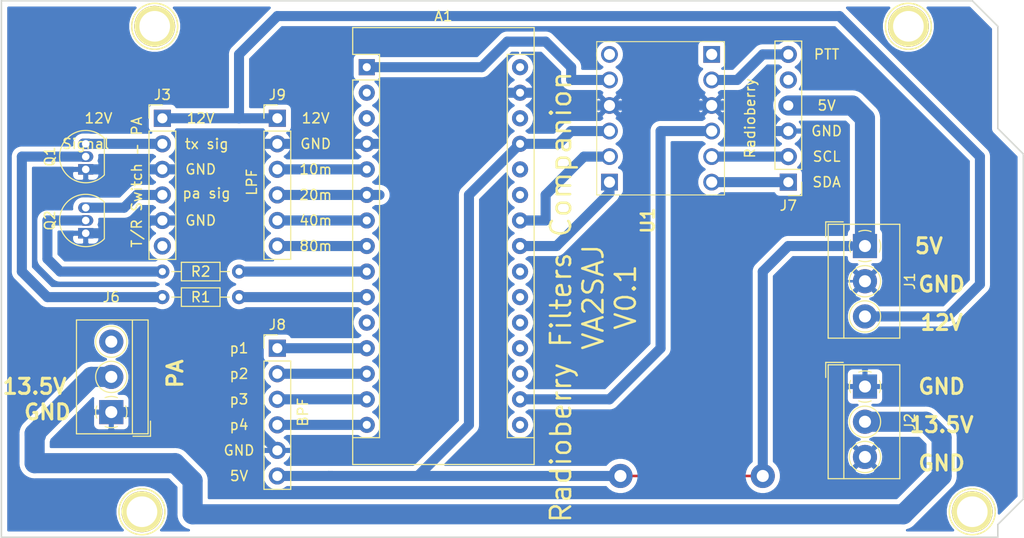
<source format=kicad_pcb>
(kicad_pcb (version 20171130) (host pcbnew "(5.1.5)-3")

  (general
    (thickness 1.6)
    (drawings 47)
    (tracks 123)
    (zones 0)
    (modules 17)
    (nets 48)
  )

  (page A4)
  (title_block
    (date "mar. 31 mars 2015")
  )

  (layers
    (0 F.Cu signal)
    (31 B.Cu signal hide)
    (32 B.Adhes user)
    (33 F.Adhes user)
    (34 B.Paste user)
    (35 F.Paste user)
    (36 B.SilkS user)
    (37 F.SilkS user)
    (38 B.Mask user)
    (39 F.Mask user)
    (40 Dwgs.User user)
    (41 Cmts.User user)
    (42 Eco1.User user)
    (43 Eco2.User user)
    (44 Edge.Cuts user)
    (45 Margin user)
    (46 B.CrtYd user)
    (47 F.CrtYd user)
    (48 B.Fab user)
    (49 F.Fab user)
  )

  (setup
    (last_trace_width 0.25)
    (user_trace_width 1)
    (user_trace_width 2)
    (trace_clearance 0.2)
    (zone_clearance 0.5)
    (zone_45_only no)
    (trace_min 0.2)
    (via_size 0.6)
    (via_drill 0.4)
    (via_min_size 0.4)
    (via_min_drill 0.3)
    (uvia_size 0.3)
    (uvia_drill 0.1)
    (uvias_allowed no)
    (uvia_min_size 0.2)
    (uvia_min_drill 0.1)
    (edge_width 0.15)
    (segment_width 0.15)
    (pcb_text_width 0.3)
    (pcb_text_size 1.5 1.5)
    (mod_edge_width 0.15)
    (mod_text_size 1 1)
    (mod_text_width 0.15)
    (pad_size 4.064 4.064)
    (pad_drill 3.048)
    (pad_to_mask_clearance 0)
    (aux_axis_origin 103.378 121.666)
    (visible_elements 7FFFFFFF)
    (pcbplotparams
      (layerselection 0x00030_80000001)
      (usegerberextensions false)
      (usegerberattributes false)
      (usegerberadvancedattributes false)
      (creategerberjobfile false)
      (excludeedgelayer true)
      (linewidth 0.100000)
      (plotframeref false)
      (viasonmask false)
      (mode 1)
      (useauxorigin false)
      (hpglpennumber 1)
      (hpglpenspeed 20)
      (hpglpendiameter 15.000000)
      (psnegative false)
      (psa4output false)
      (plotreference true)
      (plotvalue true)
      (plotinvisibletext false)
      (padsonsilk false)
      (subtractmaskfromsilk false)
      (outputformat 1)
      (mirror false)
      (drillshape 1)
      (scaleselection 1)
      (outputdirectory ""))
  )

  (net 0 "")
  (net 1 GND)
  (net 2 +5V)
  (net 3 "Net-(P8-Pad1)")
  (net 4 "Net-(P10-Pad1)")
  (net 5 "Net-(P11-Pad1)")
  (net 6 "Net-(P13-Pad1)")
  (net 7 +3V3)
  (net 8 +15V)
  (net 9 +12V)
  (net 10 "Net-(U1-Pad12)")
  (net 11 "Net-(U1-Pad1)")
  (net 12 "Net-(A1-Pad30)")
  (net 13 "Net-(A1-Pad28)")
  (net 14 "Net-(A1-Pad26)")
  (net 15 "Net-(A1-Pad25)")
  (net 16 "Net-(A1-Pad22)")
  (net 17 "Net-(A1-Pad21)")
  (net 18 "Net-(A1-Pad20)")
  (net 19 "Net-(A1-Pad19)")
  (net 20 "Net-(A1-Pad3)")
  (net 21 "Net-(A1-Pad18)")
  (net 22 "Net-(A1-Pad2)")
  (net 23 /bpf-p4)
  (net 24 /bpf-p3)
  (net 25 /bpf-p2)
  (net 26 /bpf-p1)
  (net 27 /txmit)
  (net 28 /ptt)
  (net 29 /scl)
  (net 30 /lpf-80m)
  (net 31 /sda)
  (net 32 /lpf-40)
  (net 33 /lpf-20m)
  (net 34 /lpf-10m)
  (net 35 /rpi-scl)
  (net 36 /rpi-sda)
  (net 37 /rpi-ptt)
  (net 38 "Net-(J7-Pad5)")
  (net 39 "Net-(A1-Pad16)")
  (net 40 "Net-(J3-Pad6)")
  (net 41 "Net-(J3-Pad4)")
  (net 42 "Net-(J6-Pad3)")
  (net 43 "Net-(A1-Pad11)")
  (net 44 "Net-(J3-Pad2)")
  (net 45 "Net-(Q1-Pad2)")
  (net 46 /pa)
  (net 47 "Net-(Q2-Pad2)")

  (net_class Default "This is the default net class."
    (clearance 0.2)
    (trace_width 0.25)
    (via_dia 0.6)
    (via_drill 0.4)
    (uvia_dia 0.3)
    (uvia_drill 0.1)
    (add_net +12V)
    (add_net +15V)
    (add_net +3V3)
    (add_net +5V)
    (add_net /bpf-p1)
    (add_net /bpf-p2)
    (add_net /bpf-p3)
    (add_net /bpf-p4)
    (add_net /lpf-10m)
    (add_net /lpf-20m)
    (add_net /lpf-40)
    (add_net /lpf-80m)
    (add_net /pa)
    (add_net /ptt)
    (add_net /rpi-ptt)
    (add_net /rpi-scl)
    (add_net /rpi-sda)
    (add_net /scl)
    (add_net /sda)
    (add_net /txmit)
    (add_net GND)
    (add_net "Net-(A1-Pad11)")
    (add_net "Net-(A1-Pad16)")
    (add_net "Net-(A1-Pad18)")
    (add_net "Net-(A1-Pad19)")
    (add_net "Net-(A1-Pad2)")
    (add_net "Net-(A1-Pad20)")
    (add_net "Net-(A1-Pad21)")
    (add_net "Net-(A1-Pad22)")
    (add_net "Net-(A1-Pad25)")
    (add_net "Net-(A1-Pad26)")
    (add_net "Net-(A1-Pad28)")
    (add_net "Net-(A1-Pad3)")
    (add_net "Net-(A1-Pad30)")
    (add_net "Net-(J3-Pad2)")
    (add_net "Net-(J3-Pad4)")
    (add_net "Net-(J3-Pad6)")
    (add_net "Net-(J6-Pad3)")
    (add_net "Net-(J7-Pad5)")
    (add_net "Net-(P10-Pad1)")
    (add_net "Net-(P11-Pad1)")
    (add_net "Net-(P13-Pad1)")
    (add_net "Net-(P8-Pad1)")
    (add_net "Net-(Q1-Pad2)")
    (add_net "Net-(Q2-Pad2)")
    (add_net "Net-(U1-Pad1)")
    (add_net "Net-(U1-Pad12)")
  )

  (module Package_TO_SOT_THT:TO-92_Inline (layer F.Cu) (tedit 5A1DD157) (tstamp 5E4E092D)
    (at 111.76 85.09 90)
    (descr "TO-92 leads in-line, narrow, oval pads, drill 0.75mm (see NXP sot054_po.pdf)")
    (tags "to-92 sc-43 sc-43a sot54 PA33 transistor")
    (path /5E4E27AE)
    (fp_text reference Q1 (at 1.27 -3.56 90) (layer F.SilkS)
      (effects (font (size 1 1) (thickness 0.15)))
    )
    (fp_text value PN2222A (at 1.27 2.79 90) (layer F.Fab)
      (effects (font (size 1 1) (thickness 0.15)))
    )
    (fp_arc (start 1.27 0) (end 1.27 -2.6) (angle 135) (layer F.SilkS) (width 0.12))
    (fp_arc (start 1.27 0) (end 1.27 -2.48) (angle -135) (layer F.Fab) (width 0.1))
    (fp_arc (start 1.27 0) (end 1.27 -2.6) (angle -135) (layer F.SilkS) (width 0.12))
    (fp_arc (start 1.27 0) (end 1.27 -2.48) (angle 135) (layer F.Fab) (width 0.1))
    (fp_line (start 4 2.01) (end -1.46 2.01) (layer F.CrtYd) (width 0.05))
    (fp_line (start 4 2.01) (end 4 -2.73) (layer F.CrtYd) (width 0.05))
    (fp_line (start -1.46 -2.73) (end -1.46 2.01) (layer F.CrtYd) (width 0.05))
    (fp_line (start -1.46 -2.73) (end 4 -2.73) (layer F.CrtYd) (width 0.05))
    (fp_line (start -0.5 1.75) (end 3 1.75) (layer F.Fab) (width 0.1))
    (fp_line (start -0.53 1.85) (end 3.07 1.85) (layer F.SilkS) (width 0.12))
    (fp_text user %R (at 1.27 -3.56 90) (layer F.Fab)
      (effects (font (size 1 1) (thickness 0.15)))
    )
    (pad 1 thru_hole rect (at 0 0 90) (size 1.05 1.5) (drill 0.75) (layers *.Cu *.Mask)
      (net 1 GND))
    (pad 3 thru_hole oval (at 2.54 0 90) (size 1.05 1.5) (drill 0.75) (layers *.Cu *.Mask)
      (net 44 "Net-(J3-Pad2)"))
    (pad 2 thru_hole oval (at 1.27 0 90) (size 1.05 1.5) (drill 0.75) (layers *.Cu *.Mask)
      (net 45 "Net-(Q1-Pad2)"))
    (model ${KISYS3DMOD}/Package_TO_SOT_THT.3dshapes/TO-92_Inline.wrl
      (at (xyz 0 0 0))
      (scale (xyz 1 1 1))
      (rotate (xyz 0 0 0))
    )
  )

  (module Resistor_THT:R_Axial_DIN0204_L3.6mm_D1.6mm_P7.62mm_Horizontal (layer F.Cu) (tedit 5AE5139B) (tstamp 5E50BF60)
    (at 119.38 95.25)
    (descr "Resistor, Axial_DIN0204 series, Axial, Horizontal, pin pitch=7.62mm, 0.167W, length*diameter=3.6*1.6mm^2, http://cdn-reichelt.de/documents/datenblatt/B400/1_4W%23YAG.pdf")
    (tags "Resistor Axial_DIN0204 series Axial Horizontal pin pitch 7.62mm 0.167W length 3.6mm diameter 1.6mm")
    (path /5E50D819)
    (fp_text reference R2 (at 3.81 0) (layer F.SilkS)
      (effects (font (size 1 1) (thickness 0.15)))
    )
    (fp_text value 14k (at 3.81 1.92) (layer F.Fab)
      (effects (font (size 1 1) (thickness 0.15)))
    )
    (fp_text user %R (at 3.81 0) (layer F.Fab)
      (effects (font (size 0.72 0.72) (thickness 0.108)))
    )
    (fp_line (start 8.57 -1.05) (end -0.95 -1.05) (layer F.CrtYd) (width 0.05))
    (fp_line (start 8.57 1.05) (end 8.57 -1.05) (layer F.CrtYd) (width 0.05))
    (fp_line (start -0.95 1.05) (end 8.57 1.05) (layer F.CrtYd) (width 0.05))
    (fp_line (start -0.95 -1.05) (end -0.95 1.05) (layer F.CrtYd) (width 0.05))
    (fp_line (start 6.68 0) (end 5.73 0) (layer F.SilkS) (width 0.12))
    (fp_line (start 0.94 0) (end 1.89 0) (layer F.SilkS) (width 0.12))
    (fp_line (start 5.73 -0.92) (end 1.89 -0.92) (layer F.SilkS) (width 0.12))
    (fp_line (start 5.73 0.92) (end 5.73 -0.92) (layer F.SilkS) (width 0.12))
    (fp_line (start 1.89 0.92) (end 5.73 0.92) (layer F.SilkS) (width 0.12))
    (fp_line (start 1.89 -0.92) (end 1.89 0.92) (layer F.SilkS) (width 0.12))
    (fp_line (start 7.62 0) (end 5.61 0) (layer F.Fab) (width 0.1))
    (fp_line (start 0 0) (end 2.01 0) (layer F.Fab) (width 0.1))
    (fp_line (start 5.61 -0.8) (end 2.01 -0.8) (layer F.Fab) (width 0.1))
    (fp_line (start 5.61 0.8) (end 5.61 -0.8) (layer F.Fab) (width 0.1))
    (fp_line (start 2.01 0.8) (end 5.61 0.8) (layer F.Fab) (width 0.1))
    (fp_line (start 2.01 -0.8) (end 2.01 0.8) (layer F.Fab) (width 0.1))
    (pad 2 thru_hole oval (at 7.62 0) (size 1.4 1.4) (drill 0.7) (layers *.Cu *.Mask)
      (net 46 /pa))
    (pad 1 thru_hole circle (at 0 0) (size 1.4 1.4) (drill 0.7) (layers *.Cu *.Mask)
      (net 47 "Net-(Q2-Pad2)"))
    (model ${KISYS3DMOD}/Resistor_THT.3dshapes/R_Axial_DIN0204_L3.6mm_D1.6mm_P7.62mm_Horizontal.wrl
      (at (xyz 0 0 0))
      (scale (xyz 1 1 1))
      (rotate (xyz 0 0 0))
    )
  )

  (module Package_TO_SOT_THT:TO-92_Inline (layer F.Cu) (tedit 5A1DD157) (tstamp 5E50BF1D)
    (at 111.76 91.44 90)
    (descr "TO-92 leads in-line, narrow, oval pads, drill 0.75mm (see NXP sot054_po.pdf)")
    (tags "to-92 sc-43 sc-43a sot54 PA33 transistor")
    (path /5E50D823)
    (fp_text reference Q2 (at 1.27 -3.56 90) (layer F.SilkS)
      (effects (font (size 1 1) (thickness 0.15)))
    )
    (fp_text value PN2222A (at 1.27 2.79 90) (layer F.Fab)
      (effects (font (size 1 1) (thickness 0.15)))
    )
    (fp_arc (start 1.27 0) (end 1.27 -2.6) (angle 135) (layer F.SilkS) (width 0.12))
    (fp_arc (start 1.27 0) (end 1.27 -2.48) (angle -135) (layer F.Fab) (width 0.1))
    (fp_arc (start 1.27 0) (end 1.27 -2.6) (angle -135) (layer F.SilkS) (width 0.12))
    (fp_arc (start 1.27 0) (end 1.27 -2.48) (angle 135) (layer F.Fab) (width 0.1))
    (fp_line (start 4 2.01) (end -1.46 2.01) (layer F.CrtYd) (width 0.05))
    (fp_line (start 4 2.01) (end 4 -2.73) (layer F.CrtYd) (width 0.05))
    (fp_line (start -1.46 -2.73) (end -1.46 2.01) (layer F.CrtYd) (width 0.05))
    (fp_line (start -1.46 -2.73) (end 4 -2.73) (layer F.CrtYd) (width 0.05))
    (fp_line (start -0.5 1.75) (end 3 1.75) (layer F.Fab) (width 0.1))
    (fp_line (start -0.53 1.85) (end 3.07 1.85) (layer F.SilkS) (width 0.12))
    (fp_text user %R (at 1.27 -3.56 90) (layer F.Fab)
      (effects (font (size 1 1) (thickness 0.15)))
    )
    (pad 1 thru_hole rect (at 0 0 90) (size 1.05 1.5) (drill 0.75) (layers *.Cu *.Mask)
      (net 1 GND))
    (pad 3 thru_hole oval (at 2.54 0 90) (size 1.05 1.5) (drill 0.75) (layers *.Cu *.Mask)
      (net 41 "Net-(J3-Pad4)"))
    (pad 2 thru_hole oval (at 1.27 0 90) (size 1.05 1.5) (drill 0.75) (layers *.Cu *.Mask)
      (net 47 "Net-(Q2-Pad2)"))
    (model ${KISYS3DMOD}/Package_TO_SOT_THT.3dshapes/TO-92_Inline.wrl
      (at (xyz 0 0 0))
      (scale (xyz 1 1 1))
      (rotate (xyz 0 0 0))
    )
  )

  (module Resistor_THT:R_Axial_DIN0204_L3.6mm_D1.6mm_P7.62mm_Horizontal (layer F.Cu) (tedit 5AE5139B) (tstamp 5E4E093B)
    (at 119.38 97.79)
    (descr "Resistor, Axial_DIN0204 series, Axial, Horizontal, pin pitch=7.62mm, 0.167W, length*diameter=3.6*1.6mm^2, http://cdn-reichelt.de/documents/datenblatt/B400/1_4W%23YAG.pdf")
    (tags "Resistor Axial_DIN0204 series Axial Horizontal pin pitch 7.62mm 0.167W length 3.6mm diameter 1.6mm")
    (path /5E4E14AD)
    (fp_text reference R1 (at 3.81 0) (layer F.SilkS)
      (effects (font (size 1 1) (thickness 0.15)))
    )
    (fp_text value 14k (at 3.81 1.92) (layer F.Fab)
      (effects (font (size 1 1) (thickness 0.15)))
    )
    (fp_text user %R (at 3.81 0) (layer F.Fab)
      (effects (font (size 0.72 0.72) (thickness 0.108)))
    )
    (fp_line (start 8.57 -1.05) (end -0.95 -1.05) (layer F.CrtYd) (width 0.05))
    (fp_line (start 8.57 1.05) (end 8.57 -1.05) (layer F.CrtYd) (width 0.05))
    (fp_line (start -0.95 1.05) (end 8.57 1.05) (layer F.CrtYd) (width 0.05))
    (fp_line (start -0.95 -1.05) (end -0.95 1.05) (layer F.CrtYd) (width 0.05))
    (fp_line (start 6.68 0) (end 5.73 0) (layer F.SilkS) (width 0.12))
    (fp_line (start 0.94 0) (end 1.89 0) (layer F.SilkS) (width 0.12))
    (fp_line (start 5.73 -0.92) (end 1.89 -0.92) (layer F.SilkS) (width 0.12))
    (fp_line (start 5.73 0.92) (end 5.73 -0.92) (layer F.SilkS) (width 0.12))
    (fp_line (start 1.89 0.92) (end 5.73 0.92) (layer F.SilkS) (width 0.12))
    (fp_line (start 1.89 -0.92) (end 1.89 0.92) (layer F.SilkS) (width 0.12))
    (fp_line (start 7.62 0) (end 5.61 0) (layer F.Fab) (width 0.1))
    (fp_line (start 0 0) (end 2.01 0) (layer F.Fab) (width 0.1))
    (fp_line (start 5.61 -0.8) (end 2.01 -0.8) (layer F.Fab) (width 0.1))
    (fp_line (start 5.61 0.8) (end 5.61 -0.8) (layer F.Fab) (width 0.1))
    (fp_line (start 2.01 0.8) (end 5.61 0.8) (layer F.Fab) (width 0.1))
    (fp_line (start 2.01 -0.8) (end 2.01 0.8) (layer F.Fab) (width 0.1))
    (pad 2 thru_hole oval (at 7.62 0) (size 1.4 1.4) (drill 0.7) (layers *.Cu *.Mask)
      (net 27 /txmit))
    (pad 1 thru_hole circle (at 0 0) (size 1.4 1.4) (drill 0.7) (layers *.Cu *.Mask)
      (net 45 "Net-(Q1-Pad2)"))
    (model ${KISYS3DMOD}/Resistor_THT.3dshapes/R_Axial_DIN0204_L3.6mm_D1.6mm_P7.62mm_Horizontal.wrl
      (at (xyz 0 0 0))
      (scale (xyz 1 1 1))
      (rotate (xyz 0 0 0))
    )
  )

  (module Connector_PinHeader_2.54mm:PinHeader_1x06_P2.54mm_Vertical (layer F.Cu) (tedit 59FED5CC) (tstamp 5E4CBF91)
    (at 119.38 80.01)
    (descr "Through hole straight pin header, 1x06, 2.54mm pitch, single row")
    (tags "Through hole pin header THT 1x06 2.54mm single row")
    (path /5E5186BE)
    (fp_text reference J3 (at 0 -2.33) (layer F.SilkS)
      (effects (font (size 1 1) (thickness 0.15)))
    )
    (fp_text value "TR switch Connector" (at 3.81 6.35 90) (layer F.Fab)
      (effects (font (size 1 1) (thickness 0.15)))
    )
    (fp_text user %R (at 0 6.35 90) (layer F.Fab)
      (effects (font (size 1 1) (thickness 0.15)))
    )
    (fp_line (start 1.8 -1.8) (end -1.8 -1.8) (layer F.CrtYd) (width 0.05))
    (fp_line (start 1.8 14.5) (end 1.8 -1.8) (layer F.CrtYd) (width 0.05))
    (fp_line (start -1.8 14.5) (end 1.8 14.5) (layer F.CrtYd) (width 0.05))
    (fp_line (start -1.8 -1.8) (end -1.8 14.5) (layer F.CrtYd) (width 0.05))
    (fp_line (start -1.33 -1.33) (end 0 -1.33) (layer F.SilkS) (width 0.12))
    (fp_line (start -1.33 0) (end -1.33 -1.33) (layer F.SilkS) (width 0.12))
    (fp_line (start -1.33 1.27) (end 1.33 1.27) (layer F.SilkS) (width 0.12))
    (fp_line (start 1.33 1.27) (end 1.33 14.03) (layer F.SilkS) (width 0.12))
    (fp_line (start -1.33 1.27) (end -1.33 14.03) (layer F.SilkS) (width 0.12))
    (fp_line (start -1.33 14.03) (end 1.33 14.03) (layer F.SilkS) (width 0.12))
    (fp_line (start -1.27 -0.635) (end -0.635 -1.27) (layer F.Fab) (width 0.1))
    (fp_line (start -1.27 13.97) (end -1.27 -0.635) (layer F.Fab) (width 0.1))
    (fp_line (start 1.27 13.97) (end -1.27 13.97) (layer F.Fab) (width 0.1))
    (fp_line (start 1.27 -1.27) (end 1.27 13.97) (layer F.Fab) (width 0.1))
    (fp_line (start -0.635 -1.27) (end 1.27 -1.27) (layer F.Fab) (width 0.1))
    (pad 6 thru_hole oval (at 0 12.7) (size 1.7 1.7) (drill 1) (layers *.Cu *.Mask)
      (net 40 "Net-(J3-Pad6)"))
    (pad 5 thru_hole oval (at 0 10.16) (size 1.7 1.7) (drill 1) (layers *.Cu *.Mask)
      (net 1 GND))
    (pad 4 thru_hole oval (at 0 7.62) (size 1.7 1.7) (drill 1) (layers *.Cu *.Mask)
      (net 41 "Net-(J3-Pad4)"))
    (pad 3 thru_hole oval (at 0 5.08) (size 1.7 1.7) (drill 1) (layers *.Cu *.Mask)
      (net 1 GND))
    (pad 2 thru_hole oval (at 0 2.54) (size 1.7 1.7) (drill 1) (layers *.Cu *.Mask)
      (net 44 "Net-(J3-Pad2)"))
    (pad 1 thru_hole rect (at 0 0) (size 1.7 1.7) (drill 1) (layers *.Cu *.Mask)
      (net 9 +12V))
    (model ${KISYS3DMOD}/Connector_PinHeader_2.54mm.3dshapes/PinHeader_1x06_P2.54mm_Vertical.wrl
      (at (xyz 0 0 0))
      (scale (xyz 1 1 1))
      (rotate (xyz 0 0 0))
    )
  )

  (module SamacSys_Parts:BOB12009 (layer F.Cu) (tedit 0) (tstamp 5E4AF986)
    (at 168.91 80.01 90)
    (descr BOB12009)
    (tags "Undefined or Miscellaneous")
    (path /5E4BE34A)
    (fp_text reference U1 (at -10.16 -1.27 90) (layer F.SilkS)
      (effects (font (size 1.27 1.27) (thickness 0.254)))
    )
    (fp_text value BOB-12009 (at 0 0 270) (layer F.SilkS) hide
      (effects (font (size 1.27 1.27) (thickness 0.254)))
    )
    (fp_line (start -8.62 7.35) (end -8.62 -7.35) (layer F.CrtYd) (width 0.1))
    (fp_line (start 8.62 7.35) (end -8.62 7.35) (layer F.CrtYd) (width 0.1))
    (fp_line (start 8.62 -7.35) (end 8.62 7.35) (layer F.CrtYd) (width 0.1))
    (fp_line (start -8.62 -7.35) (end 8.62 -7.35) (layer F.CrtYd) (width 0.1))
    (fp_line (start -7.62 6.35) (end -7.62 -6.35) (layer F.SilkS) (width 0.1))
    (fp_line (start 7.62 6.35) (end -7.62 6.35) (layer F.SilkS) (width 0.1))
    (fp_line (start 7.62 -6.35) (end 7.62 6.35) (layer F.SilkS) (width 0.1))
    (fp_line (start -7.62 -6.35) (end 7.62 -6.35) (layer F.SilkS) (width 0.1))
    (fp_line (start -7.62 6.35) (end -7.62 -6.35) (layer F.Fab) (width 0.2))
    (fp_line (start 7.62 6.35) (end -7.62 6.35) (layer F.Fab) (width 0.2))
    (fp_line (start 7.62 -6.35) (end 7.62 6.35) (layer F.Fab) (width 0.2))
    (fp_line (start -7.62 -6.35) (end 7.62 -6.35) (layer F.Fab) (width 0.2))
    (fp_text user %R (at 0 0 90) (layer F.Fab)
      (effects (font (size 1.27 1.27) (thickness 0.254)))
    )
    (pad 12 thru_hole circle (at 6.35 -5.08 90) (size 1.665 1.665) (drill 1.11) (layers *.Cu *.Mask)
      (net 10 "Net-(U1-Pad12)"))
    (pad 11 thru_hole circle (at 3.81 -5.08 90) (size 1.665 1.665) (drill 1.11) (layers *.Cu *.Mask)
      (net 28 /ptt))
    (pad 10 thru_hole circle (at 1.27 -5.08 90) (size 1.665 1.665) (drill 1.11) (layers *.Cu *.Mask)
      (net 1 GND))
    (pad 9 thru_hole circle (at -1.27 -5.08 90) (size 1.665 1.665) (drill 1.11) (layers *.Cu *.Mask)
      (net 2 +5V))
    (pad 8 thru_hole circle (at -3.81 -5.08 90) (size 1.665 1.665) (drill 1.11) (layers *.Cu *.Mask)
      (net 29 /scl))
    (pad 7 thru_hole rect (at -6.35 -5.08 90) (size 1.665 1.665) (drill 1.11) (layers *.Cu *.Mask)
      (net 31 /sda))
    (pad 6 thru_hole circle (at -6.35 5.08 90) (size 1.665 1.665) (drill 1.11) (layers *.Cu *.Mask)
      (net 36 /rpi-sda))
    (pad 5 thru_hole circle (at -3.81 5.08 90) (size 1.665 1.665) (drill 1.11) (layers *.Cu *.Mask)
      (net 35 /rpi-scl))
    (pad 4 thru_hole circle (at -1.27 5.08 90) (size 1.665 1.665) (drill 1.11) (layers *.Cu *.Mask)
      (net 7 +3V3))
    (pad 3 thru_hole circle (at 1.27 5.08 90) (size 1.665 1.665) (drill 1.11) (layers *.Cu *.Mask)
      (net 1 GND))
    (pad 2 thru_hole circle (at 3.81 5.08 90) (size 1.665 1.665) (drill 1.11) (layers *.Cu *.Mask)
      (net 37 /rpi-ptt))
    (pad 1 thru_hole rect (at 6.35 5.08 90) (size 1.665 1.665) (drill 1.11) (layers *.Cu *.Mask)
      (net 11 "Net-(U1-Pad1)"))
    (model "C:\\Users\\Carl\\Documents\\kicad test\\SamacSys_Parts.3dshapes\\BOB-12009.stp"
      (at (xyz 0 0 0))
      (scale (xyz 1 1 1))
      (rotate (xyz 0 0 0))
    )
  )

  (module Connector_PinHeader_2.54mm:PinHeader_1x06_P2.54mm_Vertical (layer F.Cu) (tedit 59FED5CC) (tstamp 5E4B7A4B)
    (at 130.81 80.01)
    (descr "Through hole straight pin header, 1x06, 2.54mm pitch, single row")
    (tags "Through hole pin header THT 1x06 2.54mm single row")
    (path /5E5703F0)
    (fp_text reference J9 (at 0 -2.33) (layer F.SilkS)
      (effects (font (size 1 1) (thickness 0.15)))
    )
    (fp_text value "LPF Connector" (at -2.54 7.62 -270) (layer F.Fab)
      (effects (font (size 1 1) (thickness 0.15)))
    )
    (fp_text user %R (at 0 6.35 -270) (layer F.Fab)
      (effects (font (size 1 1) (thickness 0.15)))
    )
    (fp_line (start 1.8 -1.8) (end -1.8 -1.8) (layer F.CrtYd) (width 0.05))
    (fp_line (start 1.8 14.5) (end 1.8 -1.8) (layer F.CrtYd) (width 0.05))
    (fp_line (start -1.8 14.5) (end 1.8 14.5) (layer F.CrtYd) (width 0.05))
    (fp_line (start -1.8 -1.8) (end -1.8 14.5) (layer F.CrtYd) (width 0.05))
    (fp_line (start -1.33 -1.33) (end 0 -1.33) (layer F.SilkS) (width 0.12))
    (fp_line (start -1.33 0) (end -1.33 -1.33) (layer F.SilkS) (width 0.12))
    (fp_line (start -1.33 1.27) (end 1.33 1.27) (layer F.SilkS) (width 0.12))
    (fp_line (start 1.33 1.27) (end 1.33 14.03) (layer F.SilkS) (width 0.12))
    (fp_line (start -1.33 1.27) (end -1.33 14.03) (layer F.SilkS) (width 0.12))
    (fp_line (start -1.33 14.03) (end 1.33 14.03) (layer F.SilkS) (width 0.12))
    (fp_line (start -1.27 -0.635) (end -0.635 -1.27) (layer F.Fab) (width 0.1))
    (fp_line (start -1.27 13.97) (end -1.27 -0.635) (layer F.Fab) (width 0.1))
    (fp_line (start 1.27 13.97) (end -1.27 13.97) (layer F.Fab) (width 0.1))
    (fp_line (start 1.27 -1.27) (end 1.27 13.97) (layer F.Fab) (width 0.1))
    (fp_line (start -0.635 -1.27) (end 1.27 -1.27) (layer F.Fab) (width 0.1))
    (pad 6 thru_hole oval (at 0 12.7) (size 1.7 1.7) (drill 1) (layers *.Cu *.Mask)
      (net 30 /lpf-80m))
    (pad 5 thru_hole oval (at 0 10.16) (size 1.7 1.7) (drill 1) (layers *.Cu *.Mask)
      (net 32 /lpf-40))
    (pad 4 thru_hole oval (at 0 7.62) (size 1.7 1.7) (drill 1) (layers *.Cu *.Mask)
      (net 33 /lpf-20m))
    (pad 3 thru_hole oval (at 0 5.08) (size 1.7 1.7) (drill 1) (layers *.Cu *.Mask)
      (net 34 /lpf-10m))
    (pad 2 thru_hole oval (at 0 2.54) (size 1.7 1.7) (drill 1) (layers *.Cu *.Mask)
      (net 1 GND))
    (pad 1 thru_hole rect (at 0 0) (size 1.7 1.7) (drill 1) (layers *.Cu *.Mask)
      (net 9 +12V))
    (model ${KISYS3DMOD}/Connector_PinHeader_2.54mm.3dshapes/PinHeader_1x06_P2.54mm_Vertical.wrl
      (at (xyz 0 0 0))
      (scale (xyz 1 1 1))
      (rotate (xyz 0 0 0))
    )
  )

  (module Connector_PinHeader_2.54mm:PinHeader_1x06_P2.54mm_Vertical (layer F.Cu) (tedit 59FED5CC) (tstamp 5E4B7A31)
    (at 130.81 102.87)
    (descr "Through hole straight pin header, 1x06, 2.54mm pitch, single row")
    (tags "Through hole pin header THT 1x06 2.54mm single row")
    (path /5E56EAC4)
    (fp_text reference J8 (at 0 -2.33) (layer F.SilkS)
      (effects (font (size 1 1) (thickness 0.15)))
    )
    (fp_text value "BPF Connector" (at -3.81 6.35 -270) (layer F.Fab)
      (effects (font (size 1 1) (thickness 0.15)))
    )
    (fp_text user %R (at 0 6.35 -270) (layer F.Fab)
      (effects (font (size 1 1) (thickness 0.15)))
    )
    (fp_line (start 1.8 -1.8) (end -1.8 -1.8) (layer F.CrtYd) (width 0.05))
    (fp_line (start 1.8 14.5) (end 1.8 -1.8) (layer F.CrtYd) (width 0.05))
    (fp_line (start -1.8 14.5) (end 1.8 14.5) (layer F.CrtYd) (width 0.05))
    (fp_line (start -1.8 -1.8) (end -1.8 14.5) (layer F.CrtYd) (width 0.05))
    (fp_line (start -1.33 -1.33) (end 0 -1.33) (layer F.SilkS) (width 0.12))
    (fp_line (start -1.33 0) (end -1.33 -1.33) (layer F.SilkS) (width 0.12))
    (fp_line (start -1.33 1.27) (end 1.33 1.27) (layer F.SilkS) (width 0.12))
    (fp_line (start 1.33 1.27) (end 1.33 14.03) (layer F.SilkS) (width 0.12))
    (fp_line (start -1.33 1.27) (end -1.33 14.03) (layer F.SilkS) (width 0.12))
    (fp_line (start -1.33 14.03) (end 1.33 14.03) (layer F.SilkS) (width 0.12))
    (fp_line (start -1.27 -0.635) (end -0.635 -1.27) (layer F.Fab) (width 0.1))
    (fp_line (start -1.27 13.97) (end -1.27 -0.635) (layer F.Fab) (width 0.1))
    (fp_line (start 1.27 13.97) (end -1.27 13.97) (layer F.Fab) (width 0.1))
    (fp_line (start 1.27 -1.27) (end 1.27 13.97) (layer F.Fab) (width 0.1))
    (fp_line (start -0.635 -1.27) (end 1.27 -1.27) (layer F.Fab) (width 0.1))
    (pad 6 thru_hole oval (at 0 12.7) (size 1.7 1.7) (drill 1) (layers *.Cu *.Mask)
      (net 2 +5V))
    (pad 5 thru_hole oval (at 0 10.16) (size 1.7 1.7) (drill 1) (layers *.Cu *.Mask)
      (net 1 GND))
    (pad 4 thru_hole oval (at 0 7.62) (size 1.7 1.7) (drill 1) (layers *.Cu *.Mask)
      (net 23 /bpf-p4))
    (pad 3 thru_hole oval (at 0 5.08) (size 1.7 1.7) (drill 1) (layers *.Cu *.Mask)
      (net 24 /bpf-p3))
    (pad 2 thru_hole oval (at 0 2.54) (size 1.7 1.7) (drill 1) (layers *.Cu *.Mask)
      (net 25 /bpf-p2))
    (pad 1 thru_hole rect (at 0 0) (size 1.7 1.7) (drill 1) (layers *.Cu *.Mask)
      (net 26 /bpf-p1))
    (model ${KISYS3DMOD}/Connector_PinHeader_2.54mm.3dshapes/PinHeader_1x06_P2.54mm_Vertical.wrl
      (at (xyz 0 0 0))
      (scale (xyz 1 1 1))
      (rotate (xyz 0 0 0))
    )
  )

  (module Connector_PinHeader_2.54mm:PinHeader_1x06_P2.54mm_Vertical (layer F.Cu) (tedit 59FED5CC) (tstamp 5E4B7A17)
    (at 181.61 86.36 180)
    (descr "Through hole straight pin header, 1x06, 2.54mm pitch, single row")
    (tags "Through hole pin header THT 1x06 2.54mm single row")
    (path /5E56B240)
    (fp_text reference J7 (at 0 -2.33) (layer F.SilkS)
      (effects (font (size 1 1) (thickness 0.15)))
    )
    (fp_text value "Radioberry Connector" (at -3.81 6.35 90) (layer F.Fab)
      (effects (font (size 1 1) (thickness 0.15)))
    )
    (fp_text user %R (at 0 6.35 90) (layer F.Fab)
      (effects (font (size 1 1) (thickness 0.15)))
    )
    (fp_line (start 1.8 -1.8) (end -1.8 -1.8) (layer F.CrtYd) (width 0.05))
    (fp_line (start 1.8 14.5) (end 1.8 -1.8) (layer F.CrtYd) (width 0.05))
    (fp_line (start -1.8 14.5) (end 1.8 14.5) (layer F.CrtYd) (width 0.05))
    (fp_line (start -1.8 -1.8) (end -1.8 14.5) (layer F.CrtYd) (width 0.05))
    (fp_line (start -1.33 -1.33) (end 0 -1.33) (layer F.SilkS) (width 0.12))
    (fp_line (start -1.33 0) (end -1.33 -1.33) (layer F.SilkS) (width 0.12))
    (fp_line (start -1.33 1.27) (end 1.33 1.27) (layer F.SilkS) (width 0.12))
    (fp_line (start 1.33 1.27) (end 1.33 14.03) (layer F.SilkS) (width 0.12))
    (fp_line (start -1.33 1.27) (end -1.33 14.03) (layer F.SilkS) (width 0.12))
    (fp_line (start -1.33 14.03) (end 1.33 14.03) (layer F.SilkS) (width 0.12))
    (fp_line (start -1.27 -0.635) (end -0.635 -1.27) (layer F.Fab) (width 0.1))
    (fp_line (start -1.27 13.97) (end -1.27 -0.635) (layer F.Fab) (width 0.1))
    (fp_line (start 1.27 13.97) (end -1.27 13.97) (layer F.Fab) (width 0.1))
    (fp_line (start 1.27 -1.27) (end 1.27 13.97) (layer F.Fab) (width 0.1))
    (fp_line (start -0.635 -1.27) (end 1.27 -1.27) (layer F.Fab) (width 0.1))
    (pad 6 thru_hole oval (at 0 12.7 180) (size 1.7 1.7) (drill 1) (layers *.Cu *.Mask)
      (net 37 /rpi-ptt))
    (pad 5 thru_hole oval (at 0 10.16 180) (size 1.7 1.7) (drill 1) (layers *.Cu *.Mask)
      (net 38 "Net-(J7-Pad5)"))
    (pad 4 thru_hole oval (at 0 7.62 180) (size 1.7 1.7) (drill 1) (layers *.Cu *.Mask)
      (net 2 +5V))
    (pad 3 thru_hole oval (at 0 5.08 180) (size 1.7 1.7) (drill 1) (layers *.Cu *.Mask)
      (net 1 GND))
    (pad 2 thru_hole oval (at 0 2.54 180) (size 1.7 1.7) (drill 1) (layers *.Cu *.Mask)
      (net 35 /rpi-scl))
    (pad 1 thru_hole rect (at 0 0 180) (size 1.7 1.7) (drill 1) (layers *.Cu *.Mask)
      (net 36 /rpi-sda))
    (model ${KISYS3DMOD}/Connector_PinHeader_2.54mm.3dshapes/PinHeader_1x06_P2.54mm_Vertical.wrl
      (at (xyz 0 0 0))
      (scale (xyz 1 1 1))
      (rotate (xyz 0 0 0))
    )
  )

  (module Module:Arduino_Nano (layer F.Cu) (tedit 58ACAF70) (tstamp 5E4B6096)
    (at 139.7 74.93)
    (descr "Arduino Nano, http://www.mouser.com/pdfdocs/Gravitech_Arduino_Nano3_0.pdf")
    (tags "Arduino Nano")
    (path /5E50624B)
    (fp_text reference A1 (at 7.62 -5.08) (layer F.SilkS)
      (effects (font (size 1 1) (thickness 0.15)))
    )
    (fp_text value Arduino_Nano_v3.x (at 8.89 19.05 -270) (layer F.Fab)
      (effects (font (size 1 1) (thickness 0.15)))
    )
    (fp_line (start 16.75 42.16) (end -1.53 42.16) (layer F.CrtYd) (width 0.05))
    (fp_line (start 16.75 42.16) (end 16.75 -4.06) (layer F.CrtYd) (width 0.05))
    (fp_line (start -1.53 -4.06) (end -1.53 42.16) (layer F.CrtYd) (width 0.05))
    (fp_line (start -1.53 -4.06) (end 16.75 -4.06) (layer F.CrtYd) (width 0.05))
    (fp_line (start 16.51 -3.81) (end 16.51 39.37) (layer F.Fab) (width 0.1))
    (fp_line (start 0 -3.81) (end 16.51 -3.81) (layer F.Fab) (width 0.1))
    (fp_line (start -1.27 -2.54) (end 0 -3.81) (layer F.Fab) (width 0.1))
    (fp_line (start -1.27 39.37) (end -1.27 -2.54) (layer F.Fab) (width 0.1))
    (fp_line (start 16.51 39.37) (end -1.27 39.37) (layer F.Fab) (width 0.1))
    (fp_line (start 16.64 -3.94) (end -1.4 -3.94) (layer F.SilkS) (width 0.12))
    (fp_line (start 16.64 39.5) (end 16.64 -3.94) (layer F.SilkS) (width 0.12))
    (fp_line (start -1.4 39.5) (end 16.64 39.5) (layer F.SilkS) (width 0.12))
    (fp_line (start 3.81 41.91) (end 3.81 31.75) (layer F.Fab) (width 0.1))
    (fp_line (start 11.43 41.91) (end 3.81 41.91) (layer F.Fab) (width 0.1))
    (fp_line (start 11.43 31.75) (end 11.43 41.91) (layer F.Fab) (width 0.1))
    (fp_line (start 3.81 31.75) (end 11.43 31.75) (layer F.Fab) (width 0.1))
    (fp_line (start 1.27 36.83) (end -1.4 36.83) (layer F.SilkS) (width 0.12))
    (fp_line (start 1.27 1.27) (end 1.27 36.83) (layer F.SilkS) (width 0.12))
    (fp_line (start 1.27 1.27) (end -1.4 1.27) (layer F.SilkS) (width 0.12))
    (fp_line (start 13.97 36.83) (end 16.64 36.83) (layer F.SilkS) (width 0.12))
    (fp_line (start 13.97 -1.27) (end 13.97 36.83) (layer F.SilkS) (width 0.12))
    (fp_line (start 13.97 -1.27) (end 16.64 -1.27) (layer F.SilkS) (width 0.12))
    (fp_line (start -1.4 -3.94) (end -1.4 -1.27) (layer F.SilkS) (width 0.12))
    (fp_line (start -1.4 1.27) (end -1.4 39.5) (layer F.SilkS) (width 0.12))
    (fp_line (start 1.27 -1.27) (end -1.4 -1.27) (layer F.SilkS) (width 0.12))
    (fp_line (start 1.27 1.27) (end 1.27 -1.27) (layer F.SilkS) (width 0.12))
    (fp_text user %R (at 6.35 19.05 -270) (layer F.Fab)
      (effects (font (size 1 1) (thickness 0.15)))
    )
    (pad 16 thru_hole oval (at 15.24 35.56) (size 1.6 1.6) (drill 0.8) (layers *.Cu *.Mask)
      (net 39 "Net-(A1-Pad16)"))
    (pad 15 thru_hole oval (at 0 35.56) (size 1.6 1.6) (drill 0.8) (layers *.Cu *.Mask)
      (net 23 /bpf-p4))
    (pad 30 thru_hole oval (at 15.24 0) (size 1.6 1.6) (drill 0.8) (layers *.Cu *.Mask)
      (net 12 "Net-(A1-Pad30)"))
    (pad 14 thru_hole oval (at 0 33.02) (size 1.6 1.6) (drill 0.8) (layers *.Cu *.Mask)
      (net 24 /bpf-p3))
    (pad 29 thru_hole oval (at 15.24 2.54) (size 1.6 1.6) (drill 0.8) (layers *.Cu *.Mask)
      (net 1 GND))
    (pad 13 thru_hole oval (at 0 30.48) (size 1.6 1.6) (drill 0.8) (layers *.Cu *.Mask)
      (net 25 /bpf-p2))
    (pad 28 thru_hole oval (at 15.24 5.08) (size 1.6 1.6) (drill 0.8) (layers *.Cu *.Mask)
      (net 13 "Net-(A1-Pad28)"))
    (pad 12 thru_hole oval (at 0 27.94) (size 1.6 1.6) (drill 0.8) (layers *.Cu *.Mask)
      (net 26 /bpf-p1))
    (pad 27 thru_hole oval (at 15.24 7.62) (size 1.6 1.6) (drill 0.8) (layers *.Cu *.Mask)
      (net 2 +5V))
    (pad 11 thru_hole oval (at 0 25.4) (size 1.6 1.6) (drill 0.8) (layers *.Cu *.Mask)
      (net 43 "Net-(A1-Pad11)"))
    (pad 26 thru_hole oval (at 15.24 10.16) (size 1.6 1.6) (drill 0.8) (layers *.Cu *.Mask)
      (net 14 "Net-(A1-Pad26)"))
    (pad 10 thru_hole oval (at 0 22.86) (size 1.6 1.6) (drill 0.8) (layers *.Cu *.Mask)
      (net 27 /txmit))
    (pad 25 thru_hole oval (at 15.24 12.7) (size 1.6 1.6) (drill 0.8) (layers *.Cu *.Mask)
      (net 15 "Net-(A1-Pad25)"))
    (pad 9 thru_hole oval (at 0 20.32) (size 1.6 1.6) (drill 0.8) (layers *.Cu *.Mask)
      (net 46 /pa))
    (pad 24 thru_hole oval (at 15.24 15.24) (size 1.6 1.6) (drill 0.8) (layers *.Cu *.Mask)
      (net 29 /scl))
    (pad 8 thru_hole oval (at 0 17.78) (size 1.6 1.6) (drill 0.8) (layers *.Cu *.Mask)
      (net 30 /lpf-80m))
    (pad 23 thru_hole oval (at 15.24 17.78) (size 1.6 1.6) (drill 0.8) (layers *.Cu *.Mask)
      (net 31 /sda))
    (pad 7 thru_hole oval (at 0 15.24) (size 1.6 1.6) (drill 0.8) (layers *.Cu *.Mask)
      (net 32 /lpf-40))
    (pad 22 thru_hole oval (at 15.24 20.32) (size 1.6 1.6) (drill 0.8) (layers *.Cu *.Mask)
      (net 16 "Net-(A1-Pad22)"))
    (pad 6 thru_hole oval (at 0 12.7) (size 1.6 1.6) (drill 0.8) (layers *.Cu *.Mask)
      (net 33 /lpf-20m))
    (pad 21 thru_hole oval (at 15.24 22.86) (size 1.6 1.6) (drill 0.8) (layers *.Cu *.Mask)
      (net 17 "Net-(A1-Pad21)"))
    (pad 5 thru_hole oval (at 0 10.16) (size 1.6 1.6) (drill 0.8) (layers *.Cu *.Mask)
      (net 34 /lpf-10m))
    (pad 20 thru_hole oval (at 15.24 25.4) (size 1.6 1.6) (drill 0.8) (layers *.Cu *.Mask)
      (net 18 "Net-(A1-Pad20)"))
    (pad 4 thru_hole oval (at 0 7.62) (size 1.6 1.6) (drill 0.8) (layers *.Cu *.Mask)
      (net 1 GND))
    (pad 19 thru_hole oval (at 15.24 27.94) (size 1.6 1.6) (drill 0.8) (layers *.Cu *.Mask)
      (net 19 "Net-(A1-Pad19)"))
    (pad 3 thru_hole oval (at 0 5.08) (size 1.6 1.6) (drill 0.8) (layers *.Cu *.Mask)
      (net 20 "Net-(A1-Pad3)"))
    (pad 18 thru_hole oval (at 15.24 30.48) (size 1.6 1.6) (drill 0.8) (layers *.Cu *.Mask)
      (net 21 "Net-(A1-Pad18)"))
    (pad 2 thru_hole oval (at 0 2.54) (size 1.6 1.6) (drill 0.8) (layers *.Cu *.Mask)
      (net 22 "Net-(A1-Pad2)"))
    (pad 17 thru_hole oval (at 15.24 33.02) (size 1.6 1.6) (drill 0.8) (layers *.Cu *.Mask)
      (net 7 +3V3))
    (pad 1 thru_hole rect (at 0 0) (size 1.6 1.6) (drill 0.8) (layers *.Cu *.Mask)
      (net 28 /ptt))
    (model ${KISYS3DMOD}/Module.3dshapes/Arduino_Nano_WithMountingHoles.wrl
      (at (xyz 0 0 0))
      (scale (xyz 1 1 1))
      (rotate (xyz 0 0 0))
    )
  )

  (module TerminalBlock_4Ucon:TerminalBlock_4Ucon_1x03_P3.50mm_Horizontal (layer F.Cu) (tedit 5B294E91) (tstamp 5E544075)
    (at 114.3 109.22 90)
    (descr "Terminal Block 4Ucon ItemNo. 20193, 3 pins, pitch 3.5mm, size 11.2x7mm^2, drill diamater 1.2mm, pad diameter 2.4mm, see http://www.4uconnector.com/online/object/4udrawing/20193.pdf, script-generated using https://github.com/pointhi/kicad-footprint-generator/scripts/TerminalBlock_4Ucon")
    (tags "THT Terminal Block 4Ucon ItemNo. 20193 pitch 3.5mm size 11.2x7mm^2 drill 1.2mm pad 2.4mm")
    (path /5E4C9E0F)
    (fp_text reference J6 (at 11.43 0) (layer F.SilkS)
      (effects (font (size 1 1) (thickness 0.15)))
    )
    (fp_text value Screw_Terminal_01x03 (at 3.5 4.66 90) (layer F.Fab)
      (effects (font (size 1 1) (thickness 0.15)))
    )
    (fp_text user %R (at 3.5 2.9 90) (layer F.Fab)
      (effects (font (size 1 1) (thickness 0.15)))
    )
    (fp_line (start 9.6 -3.9) (end -2.6 -3.9) (layer F.CrtYd) (width 0.05))
    (fp_line (start 9.6 4.1) (end 9.6 -3.9) (layer F.CrtYd) (width 0.05))
    (fp_line (start -2.6 4.1) (end 9.6 4.1) (layer F.CrtYd) (width 0.05))
    (fp_line (start -2.6 -3.9) (end -2.6 4.1) (layer F.CrtYd) (width 0.05))
    (fp_line (start -2.4 3.9) (end -0.9 3.9) (layer F.SilkS) (width 0.12))
    (fp_line (start -2.4 2.16) (end -2.4 3.9) (layer F.SilkS) (width 0.12))
    (fp_line (start 5.9 0.069) (end 5.9 -0.069) (layer F.Fab) (width 0.1))
    (fp_line (start 6.931 0.069) (end 5.9 0.069) (layer F.Fab) (width 0.1))
    (fp_line (start 6.931 1.1) (end 6.931 0.069) (layer F.Fab) (width 0.1))
    (fp_line (start 7.069 1.1) (end 6.931 1.1) (layer F.Fab) (width 0.1))
    (fp_line (start 7.069 0.069) (end 7.069 1.1) (layer F.Fab) (width 0.1))
    (fp_line (start 8.1 0.069) (end 7.069 0.069) (layer F.Fab) (width 0.1))
    (fp_line (start 8.1 -0.069) (end 8.1 0.069) (layer F.Fab) (width 0.1))
    (fp_line (start 7.069 -0.069) (end 8.1 -0.069) (layer F.Fab) (width 0.1))
    (fp_line (start 7.069 -1.1) (end 7.069 -0.069) (layer F.Fab) (width 0.1))
    (fp_line (start 6.931 -1.1) (end 7.069 -1.1) (layer F.Fab) (width 0.1))
    (fp_line (start 6.931 -0.069) (end 6.931 -1.1) (layer F.Fab) (width 0.1))
    (fp_line (start 5.9 -0.069) (end 6.931 -0.069) (layer F.Fab) (width 0.1))
    (fp_line (start 2.4 0.069) (end 2.4 -0.069) (layer F.Fab) (width 0.1))
    (fp_line (start 3.431 0.069) (end 2.4 0.069) (layer F.Fab) (width 0.1))
    (fp_line (start 3.431 1.1) (end 3.431 0.069) (layer F.Fab) (width 0.1))
    (fp_line (start 3.569 1.1) (end 3.431 1.1) (layer F.Fab) (width 0.1))
    (fp_line (start 3.569 0.069) (end 3.569 1.1) (layer F.Fab) (width 0.1))
    (fp_line (start 4.6 0.069) (end 3.569 0.069) (layer F.Fab) (width 0.1))
    (fp_line (start 4.6 -0.069) (end 4.6 0.069) (layer F.Fab) (width 0.1))
    (fp_line (start 3.569 -0.069) (end 4.6 -0.069) (layer F.Fab) (width 0.1))
    (fp_line (start 3.569 -1.1) (end 3.569 -0.069) (layer F.Fab) (width 0.1))
    (fp_line (start 3.431 -1.1) (end 3.569 -1.1) (layer F.Fab) (width 0.1))
    (fp_line (start 3.431 -0.069) (end 3.431 -1.1) (layer F.Fab) (width 0.1))
    (fp_line (start 2.4 -0.069) (end 3.431 -0.069) (layer F.Fab) (width 0.1))
    (fp_line (start -1.1 0.069) (end -1.1 -0.069) (layer F.Fab) (width 0.1))
    (fp_line (start -0.069 0.069) (end -1.1 0.069) (layer F.Fab) (width 0.1))
    (fp_line (start -0.069 1.1) (end -0.069 0.069) (layer F.Fab) (width 0.1))
    (fp_line (start 0.069 1.1) (end -0.069 1.1) (layer F.Fab) (width 0.1))
    (fp_line (start 0.069 0.069) (end 0.069 1.1) (layer F.Fab) (width 0.1))
    (fp_line (start 1.1 0.069) (end 0.069 0.069) (layer F.Fab) (width 0.1))
    (fp_line (start 1.1 -0.069) (end 1.1 0.069) (layer F.Fab) (width 0.1))
    (fp_line (start 0.069 -0.069) (end 1.1 -0.069) (layer F.Fab) (width 0.1))
    (fp_line (start 0.069 -1.1) (end 0.069 -0.069) (layer F.Fab) (width 0.1))
    (fp_line (start -0.069 -1.1) (end 0.069 -1.1) (layer F.Fab) (width 0.1))
    (fp_line (start -0.069 -0.069) (end -0.069 -1.1) (layer F.Fab) (width 0.1))
    (fp_line (start -1.1 -0.069) (end -0.069 -0.069) (layer F.Fab) (width 0.1))
    (fp_line (start 9.16 -3.46) (end 9.16 3.66) (layer F.SilkS) (width 0.12))
    (fp_line (start -2.16 -3.46) (end -2.16 3.66) (layer F.SilkS) (width 0.12))
    (fp_line (start -2.16 3.66) (end 9.16 3.66) (layer F.SilkS) (width 0.12))
    (fp_line (start -2.16 -3.46) (end 9.16 -3.46) (layer F.SilkS) (width 0.12))
    (fp_line (start -2.16 2.1) (end 9.16 2.1) (layer F.SilkS) (width 0.12))
    (fp_line (start -2.1 2.1) (end 9.1 2.1) (layer F.Fab) (width 0.1))
    (fp_line (start -2.1 2.1) (end -2.1 -3.4) (layer F.Fab) (width 0.1))
    (fp_line (start -0.6 3.6) (end -2.1 2.1) (layer F.Fab) (width 0.1))
    (fp_line (start 9.1 3.6) (end -0.6 3.6) (layer F.Fab) (width 0.1))
    (fp_line (start 9.1 -3.4) (end 9.1 3.6) (layer F.Fab) (width 0.1))
    (fp_line (start -2.1 -3.4) (end 9.1 -3.4) (layer F.Fab) (width 0.1))
    (fp_circle (center 7 0) (end 8.555 0) (layer F.SilkS) (width 0.12))
    (fp_circle (center 7 0) (end 8.375 0) (layer F.Fab) (width 0.1))
    (fp_circle (center 3.5 0) (end 5.055 0) (layer F.SilkS) (width 0.12))
    (fp_circle (center 3.5 0) (end 4.875 0) (layer F.Fab) (width 0.1))
    (fp_circle (center 0 0) (end 1.375 0) (layer F.Fab) (width 0.1))
    (fp_arc (start 0 0) (end -0.608 1.432) (angle -24) (layer F.SilkS) (width 0.12))
    (fp_arc (start 0 0) (end -1.432 -0.608) (angle -46) (layer F.SilkS) (width 0.12))
    (fp_arc (start 0 0) (end 0.608 -1.432) (angle -46) (layer F.SilkS) (width 0.12))
    (fp_arc (start 0 0) (end 1.432 0.608) (angle -46) (layer F.SilkS) (width 0.12))
    (fp_arc (start 0 0) (end 0 1.555) (angle -23) (layer F.SilkS) (width 0.12))
    (pad 3 thru_hole circle (at 7 0 90) (size 2.4 2.4) (drill 1.2) (layers *.Cu *.Mask)
      (net 42 "Net-(J6-Pad3)"))
    (pad 2 thru_hole circle (at 3.5 0 90) (size 2.4 2.4) (drill 1.2) (layers *.Cu *.Mask)
      (net 8 +15V))
    (pad 1 thru_hole rect (at 0 0 90) (size 2.4 2.4) (drill 1.2) (layers *.Cu *.Mask)
      (net 1 GND))
    (model ${KISYS3DMOD}/TerminalBlock_4Ucon.3dshapes/TerminalBlock_4Ucon_1x03_P3.50mm_Horizontal.wrl
      (at (xyz 0 0 0))
      (scale (xyz 1 1 1))
      (rotate (xyz 0 0 0))
    )
  )

  (module TerminalBlock_4Ucon:TerminalBlock_4Ucon_1x03_P3.50mm_Horizontal (layer F.Cu) (tedit 5B294E91) (tstamp 5E4AF69F)
    (at 189.23 106.68 270)
    (descr "Terminal Block 4Ucon ItemNo. 20193, 3 pins, pitch 3.5mm, size 11.2x7mm^2, drill diamater 1.2mm, pad diameter 2.4mm, see http://www.4uconnector.com/online/object/4udrawing/20193.pdf, script-generated using https://github.com/pointhi/kicad-footprint-generator/scripts/TerminalBlock_4Ucon")
    (tags "THT Terminal Block 4Ucon ItemNo. 20193 pitch 3.5mm size 11.2x7mm^2 drill 1.2mm pad 2.4mm")
    (path /5E4C1E9E)
    (fp_text reference J2 (at 3.5 -4.46 90) (layer F.SilkS)
      (effects (font (size 1 1) (thickness 0.15)))
    )
    (fp_text value Screw_Terminal_01x03 (at 3.5 4.66 90) (layer F.Fab)
      (effects (font (size 1 1) (thickness 0.15)))
    )
    (fp_text user %R (at 3.5 2.9 90) (layer F.Fab)
      (effects (font (size 1 1) (thickness 0.15)))
    )
    (fp_line (start 9.6 -3.9) (end -2.6 -3.9) (layer F.CrtYd) (width 0.05))
    (fp_line (start 9.6 4.1) (end 9.6 -3.9) (layer F.CrtYd) (width 0.05))
    (fp_line (start -2.6 4.1) (end 9.6 4.1) (layer F.CrtYd) (width 0.05))
    (fp_line (start -2.6 -3.9) (end -2.6 4.1) (layer F.CrtYd) (width 0.05))
    (fp_line (start -2.4 3.9) (end -0.9 3.9) (layer F.SilkS) (width 0.12))
    (fp_line (start -2.4 2.16) (end -2.4 3.9) (layer F.SilkS) (width 0.12))
    (fp_line (start 5.9 0.069) (end 5.9 -0.069) (layer F.Fab) (width 0.1))
    (fp_line (start 6.931 0.069) (end 5.9 0.069) (layer F.Fab) (width 0.1))
    (fp_line (start 6.931 1.1) (end 6.931 0.069) (layer F.Fab) (width 0.1))
    (fp_line (start 7.069 1.1) (end 6.931 1.1) (layer F.Fab) (width 0.1))
    (fp_line (start 7.069 0.069) (end 7.069 1.1) (layer F.Fab) (width 0.1))
    (fp_line (start 8.1 0.069) (end 7.069 0.069) (layer F.Fab) (width 0.1))
    (fp_line (start 8.1 -0.069) (end 8.1 0.069) (layer F.Fab) (width 0.1))
    (fp_line (start 7.069 -0.069) (end 8.1 -0.069) (layer F.Fab) (width 0.1))
    (fp_line (start 7.069 -1.1) (end 7.069 -0.069) (layer F.Fab) (width 0.1))
    (fp_line (start 6.931 -1.1) (end 7.069 -1.1) (layer F.Fab) (width 0.1))
    (fp_line (start 6.931 -0.069) (end 6.931 -1.1) (layer F.Fab) (width 0.1))
    (fp_line (start 5.9 -0.069) (end 6.931 -0.069) (layer F.Fab) (width 0.1))
    (fp_line (start 2.4 0.069) (end 2.4 -0.069) (layer F.Fab) (width 0.1))
    (fp_line (start 3.431 0.069) (end 2.4 0.069) (layer F.Fab) (width 0.1))
    (fp_line (start 3.431 1.1) (end 3.431 0.069) (layer F.Fab) (width 0.1))
    (fp_line (start 3.569 1.1) (end 3.431 1.1) (layer F.Fab) (width 0.1))
    (fp_line (start 3.569 0.069) (end 3.569 1.1) (layer F.Fab) (width 0.1))
    (fp_line (start 4.6 0.069) (end 3.569 0.069) (layer F.Fab) (width 0.1))
    (fp_line (start 4.6 -0.069) (end 4.6 0.069) (layer F.Fab) (width 0.1))
    (fp_line (start 3.569 -0.069) (end 4.6 -0.069) (layer F.Fab) (width 0.1))
    (fp_line (start 3.569 -1.1) (end 3.569 -0.069) (layer F.Fab) (width 0.1))
    (fp_line (start 3.431 -1.1) (end 3.569 -1.1) (layer F.Fab) (width 0.1))
    (fp_line (start 3.431 -0.069) (end 3.431 -1.1) (layer F.Fab) (width 0.1))
    (fp_line (start 2.4 -0.069) (end 3.431 -0.069) (layer F.Fab) (width 0.1))
    (fp_line (start -1.1 0.069) (end -1.1 -0.069) (layer F.Fab) (width 0.1))
    (fp_line (start -0.069 0.069) (end -1.1 0.069) (layer F.Fab) (width 0.1))
    (fp_line (start -0.069 1.1) (end -0.069 0.069) (layer F.Fab) (width 0.1))
    (fp_line (start 0.069 1.1) (end -0.069 1.1) (layer F.Fab) (width 0.1))
    (fp_line (start 0.069 0.069) (end 0.069 1.1) (layer F.Fab) (width 0.1))
    (fp_line (start 1.1 0.069) (end 0.069 0.069) (layer F.Fab) (width 0.1))
    (fp_line (start 1.1 -0.069) (end 1.1 0.069) (layer F.Fab) (width 0.1))
    (fp_line (start 0.069 -0.069) (end 1.1 -0.069) (layer F.Fab) (width 0.1))
    (fp_line (start 0.069 -1.1) (end 0.069 -0.069) (layer F.Fab) (width 0.1))
    (fp_line (start -0.069 -1.1) (end 0.069 -1.1) (layer F.Fab) (width 0.1))
    (fp_line (start -0.069 -0.069) (end -0.069 -1.1) (layer F.Fab) (width 0.1))
    (fp_line (start -1.1 -0.069) (end -0.069 -0.069) (layer F.Fab) (width 0.1))
    (fp_line (start 9.16 -3.46) (end 9.16 3.66) (layer F.SilkS) (width 0.12))
    (fp_line (start -2.16 -3.46) (end -2.16 3.66) (layer F.SilkS) (width 0.12))
    (fp_line (start -2.16 3.66) (end 9.16 3.66) (layer F.SilkS) (width 0.12))
    (fp_line (start -2.16 -3.46) (end 9.16 -3.46) (layer F.SilkS) (width 0.12))
    (fp_line (start -2.16 2.1) (end 9.16 2.1) (layer F.SilkS) (width 0.12))
    (fp_line (start -2.1 2.1) (end 9.1 2.1) (layer F.Fab) (width 0.1))
    (fp_line (start -2.1 2.1) (end -2.1 -3.4) (layer F.Fab) (width 0.1))
    (fp_line (start -0.6 3.6) (end -2.1 2.1) (layer F.Fab) (width 0.1))
    (fp_line (start 9.1 3.6) (end -0.6 3.6) (layer F.Fab) (width 0.1))
    (fp_line (start 9.1 -3.4) (end 9.1 3.6) (layer F.Fab) (width 0.1))
    (fp_line (start -2.1 -3.4) (end 9.1 -3.4) (layer F.Fab) (width 0.1))
    (fp_circle (center 7 0) (end 8.555 0) (layer F.SilkS) (width 0.12))
    (fp_circle (center 7 0) (end 8.375 0) (layer F.Fab) (width 0.1))
    (fp_circle (center 3.5 0) (end 5.055 0) (layer F.SilkS) (width 0.12))
    (fp_circle (center 3.5 0) (end 4.875 0) (layer F.Fab) (width 0.1))
    (fp_circle (center 0 0) (end 1.375 0) (layer F.Fab) (width 0.1))
    (fp_arc (start 0 0) (end -0.608 1.432) (angle -24) (layer F.SilkS) (width 0.12))
    (fp_arc (start 0 0) (end -1.432 -0.608) (angle -46) (layer F.SilkS) (width 0.12))
    (fp_arc (start 0 0) (end 0.608 -1.432) (angle -46) (layer F.SilkS) (width 0.12))
    (fp_arc (start 0 0) (end 1.432 0.608) (angle -46) (layer F.SilkS) (width 0.12))
    (fp_arc (start 0 0) (end 0 1.555) (angle -23) (layer F.SilkS) (width 0.12))
    (pad 3 thru_hole circle (at 7 0 270) (size 2.4 2.4) (drill 1.2) (layers *.Cu *.Mask)
      (net 1 GND))
    (pad 2 thru_hole circle (at 3.5 0 270) (size 2.4 2.4) (drill 1.2) (layers *.Cu *.Mask)
      (net 8 +15V))
    (pad 1 thru_hole rect (at 0 0 270) (size 2.4 2.4) (drill 1.2) (layers *.Cu *.Mask)
      (net 1 GND))
    (model ${KISYS3DMOD}/TerminalBlock_4Ucon.3dshapes/TerminalBlock_4Ucon_1x03_P3.50mm_Horizontal.wrl
      (at (xyz 0 0 0))
      (scale (xyz 1 1 1))
      (rotate (xyz 0 0 0))
    )
  )

  (module TerminalBlock_4Ucon:TerminalBlock_4Ucon_1x03_P3.50mm_Horizontal (layer F.Cu) (tedit 5B294E91) (tstamp 5E4AF658)
    (at 189.23 92.71 270)
    (descr "Terminal Block 4Ucon ItemNo. 20193, 3 pins, pitch 3.5mm, size 11.2x7mm^2, drill diamater 1.2mm, pad diameter 2.4mm, see http://www.4uconnector.com/online/object/4udrawing/20193.pdf, script-generated using https://github.com/pointhi/kicad-footprint-generator/scripts/TerminalBlock_4Ucon")
    (tags "THT Terminal Block 4Ucon ItemNo. 20193 pitch 3.5mm size 11.2x7mm^2 drill 1.2mm pad 2.4mm")
    (path /5E4C059F)
    (fp_text reference J1 (at 3.5 -4.46 90) (layer F.SilkS)
      (effects (font (size 1 1) (thickness 0.15)))
    )
    (fp_text value Screw_Terminal_01x03 (at 3.5 4.66 90) (layer F.Fab)
      (effects (font (size 1 1) (thickness 0.15)))
    )
    (fp_text user %R (at 3.5 2.9 90) (layer F.Fab)
      (effects (font (size 1 1) (thickness 0.15)))
    )
    (fp_line (start 9.6 -3.9) (end -2.6 -3.9) (layer F.CrtYd) (width 0.05))
    (fp_line (start 9.6 4.1) (end 9.6 -3.9) (layer F.CrtYd) (width 0.05))
    (fp_line (start -2.6 4.1) (end 9.6 4.1) (layer F.CrtYd) (width 0.05))
    (fp_line (start -2.6 -3.9) (end -2.6 4.1) (layer F.CrtYd) (width 0.05))
    (fp_line (start -2.4 3.9) (end -0.9 3.9) (layer F.SilkS) (width 0.12))
    (fp_line (start -2.4 2.16) (end -2.4 3.9) (layer F.SilkS) (width 0.12))
    (fp_line (start 5.9 0.069) (end 5.9 -0.069) (layer F.Fab) (width 0.1))
    (fp_line (start 6.931 0.069) (end 5.9 0.069) (layer F.Fab) (width 0.1))
    (fp_line (start 6.931 1.1) (end 6.931 0.069) (layer F.Fab) (width 0.1))
    (fp_line (start 7.069 1.1) (end 6.931 1.1) (layer F.Fab) (width 0.1))
    (fp_line (start 7.069 0.069) (end 7.069 1.1) (layer F.Fab) (width 0.1))
    (fp_line (start 8.1 0.069) (end 7.069 0.069) (layer F.Fab) (width 0.1))
    (fp_line (start 8.1 -0.069) (end 8.1 0.069) (layer F.Fab) (width 0.1))
    (fp_line (start 7.069 -0.069) (end 8.1 -0.069) (layer F.Fab) (width 0.1))
    (fp_line (start 7.069 -1.1) (end 7.069 -0.069) (layer F.Fab) (width 0.1))
    (fp_line (start 6.931 -1.1) (end 7.069 -1.1) (layer F.Fab) (width 0.1))
    (fp_line (start 6.931 -0.069) (end 6.931 -1.1) (layer F.Fab) (width 0.1))
    (fp_line (start 5.9 -0.069) (end 6.931 -0.069) (layer F.Fab) (width 0.1))
    (fp_line (start 2.4 0.069) (end 2.4 -0.069) (layer F.Fab) (width 0.1))
    (fp_line (start 3.431 0.069) (end 2.4 0.069) (layer F.Fab) (width 0.1))
    (fp_line (start 3.431 1.1) (end 3.431 0.069) (layer F.Fab) (width 0.1))
    (fp_line (start 3.569 1.1) (end 3.431 1.1) (layer F.Fab) (width 0.1))
    (fp_line (start 3.569 0.069) (end 3.569 1.1) (layer F.Fab) (width 0.1))
    (fp_line (start 4.6 0.069) (end 3.569 0.069) (layer F.Fab) (width 0.1))
    (fp_line (start 4.6 -0.069) (end 4.6 0.069) (layer F.Fab) (width 0.1))
    (fp_line (start 3.569 -0.069) (end 4.6 -0.069) (layer F.Fab) (width 0.1))
    (fp_line (start 3.569 -1.1) (end 3.569 -0.069) (layer F.Fab) (width 0.1))
    (fp_line (start 3.431 -1.1) (end 3.569 -1.1) (layer F.Fab) (width 0.1))
    (fp_line (start 3.431 -0.069) (end 3.431 -1.1) (layer F.Fab) (width 0.1))
    (fp_line (start 2.4 -0.069) (end 3.431 -0.069) (layer F.Fab) (width 0.1))
    (fp_line (start -1.1 0.069) (end -1.1 -0.069) (layer F.Fab) (width 0.1))
    (fp_line (start -0.069 0.069) (end -1.1 0.069) (layer F.Fab) (width 0.1))
    (fp_line (start -0.069 1.1) (end -0.069 0.069) (layer F.Fab) (width 0.1))
    (fp_line (start 0.069 1.1) (end -0.069 1.1) (layer F.Fab) (width 0.1))
    (fp_line (start 0.069 0.069) (end 0.069 1.1) (layer F.Fab) (width 0.1))
    (fp_line (start 1.1 0.069) (end 0.069 0.069) (layer F.Fab) (width 0.1))
    (fp_line (start 1.1 -0.069) (end 1.1 0.069) (layer F.Fab) (width 0.1))
    (fp_line (start 0.069 -0.069) (end 1.1 -0.069) (layer F.Fab) (width 0.1))
    (fp_line (start 0.069 -1.1) (end 0.069 -0.069) (layer F.Fab) (width 0.1))
    (fp_line (start -0.069 -1.1) (end 0.069 -1.1) (layer F.Fab) (width 0.1))
    (fp_line (start -0.069 -0.069) (end -0.069 -1.1) (layer F.Fab) (width 0.1))
    (fp_line (start -1.1 -0.069) (end -0.069 -0.069) (layer F.Fab) (width 0.1))
    (fp_line (start 9.16 -3.46) (end 9.16 3.66) (layer F.SilkS) (width 0.12))
    (fp_line (start -2.16 -3.46) (end -2.16 3.66) (layer F.SilkS) (width 0.12))
    (fp_line (start -2.16 3.66) (end 9.16 3.66) (layer F.SilkS) (width 0.12))
    (fp_line (start -2.16 -3.46) (end 9.16 -3.46) (layer F.SilkS) (width 0.12))
    (fp_line (start -2.16 2.1) (end 9.16 2.1) (layer F.SilkS) (width 0.12))
    (fp_line (start -2.1 2.1) (end 9.1 2.1) (layer F.Fab) (width 0.1))
    (fp_line (start -2.1 2.1) (end -2.1 -3.4) (layer F.Fab) (width 0.1))
    (fp_line (start -0.6 3.6) (end -2.1 2.1) (layer F.Fab) (width 0.1))
    (fp_line (start 9.1 3.6) (end -0.6 3.6) (layer F.Fab) (width 0.1))
    (fp_line (start 9.1 -3.4) (end 9.1 3.6) (layer F.Fab) (width 0.1))
    (fp_line (start -2.1 -3.4) (end 9.1 -3.4) (layer F.Fab) (width 0.1))
    (fp_circle (center 7 0) (end 8.555 0) (layer F.SilkS) (width 0.12))
    (fp_circle (center 7 0) (end 8.375 0) (layer F.Fab) (width 0.1))
    (fp_circle (center 3.5 0) (end 5.055 0) (layer F.SilkS) (width 0.12))
    (fp_circle (center 3.5 0) (end 4.875 0) (layer F.Fab) (width 0.1))
    (fp_circle (center 0 0) (end 1.375 0) (layer F.Fab) (width 0.1))
    (fp_arc (start 0 0) (end -0.608 1.432) (angle -24) (layer F.SilkS) (width 0.12))
    (fp_arc (start 0 0) (end -1.432 -0.608) (angle -46) (layer F.SilkS) (width 0.12))
    (fp_arc (start 0 0) (end 0.608 -1.432) (angle -46) (layer F.SilkS) (width 0.12))
    (fp_arc (start 0 0) (end 1.432 0.608) (angle -46) (layer F.SilkS) (width 0.12))
    (fp_arc (start 0 0) (end 0 1.555) (angle -23) (layer F.SilkS) (width 0.12))
    (pad 3 thru_hole circle (at 7 0 270) (size 2.4 2.4) (drill 1.2) (layers *.Cu *.Mask)
      (net 9 +12V))
    (pad 2 thru_hole circle (at 3.5 0 270) (size 2.4 2.4) (drill 1.2) (layers *.Cu *.Mask)
      (net 1 GND))
    (pad 1 thru_hole rect (at 0 0 270) (size 2.4 2.4) (drill 1.2) (layers *.Cu *.Mask)
      (net 2 +5V))
    (model ${KISYS3DMOD}/TerminalBlock_4Ucon.3dshapes/TerminalBlock_4Ucon_1x03_P3.50mm_Horizontal.wrl
      (at (xyz 0 0 0))
      (scale (xyz 1 1 1))
      (rotate (xyz 0 0 0))
    )
  )

  (module Socket_Arduino_Mega:Arduino_1pin locked (layer F.Cu) (tedit 5524FDA7) (tstamp 5524FE07)
    (at 117.348 119.126)
    (descr "module 1 pin (ou trou mecanique de percage)")
    (tags DEV)
    (path /56D70B71)
    (fp_text reference P8 (at 0 -3.048) (layer F.SilkS) hide
      (effects (font (size 1 1) (thickness 0.15)))
    )
    (fp_text value CONN_01X01 (at 0 2.794) (layer F.Fab) hide
      (effects (font (size 1 1) (thickness 0.15)))
    )
    (fp_circle (center 0 0) (end 0 -2.286) (layer F.SilkS) (width 0.15))
    (pad 1 thru_hole circle (at 0 0) (size 4.064 4.064) (drill 3.048) (layers *.Cu *.Mask F.SilkS)
      (net 3 "Net-(P8-Pad1)"))
  )

  (module Socket_Arduino_Mega:Arduino_1pin locked (layer F.Cu) (tedit 5524FDBB) (tstamp 5524FE11)
    (at 199.898 119.126)
    (descr "module 1 pin (ou trou mecanique de percage)")
    (tags DEV)
    (path /56D70CE6)
    (fp_text reference P10 (at 0 -3.048) (layer F.SilkS) hide
      (effects (font (size 1 1) (thickness 0.15)))
    )
    (fp_text value CONN_01X01 (at 0 2.794) (layer F.Fab) hide
      (effects (font (size 1 1) (thickness 0.15)))
    )
    (fp_circle (center 0 0) (end 0 -2.286) (layer F.SilkS) (width 0.15))
    (pad 1 thru_hole circle (at 0 0) (size 4.064 4.064) (drill 3.048) (layers *.Cu *.Mask F.SilkS)
      (net 4 "Net-(P10-Pad1)"))
  )

  (module Socket_Arduino_Mega:Arduino_1pin locked (layer F.Cu) (tedit 5524FDD2) (tstamp 5524FE16)
    (at 118.618 70.866)
    (descr "module 1 pin (ou trou mecanique de percage)")
    (tags DEV)
    (path /56D70D2C)
    (fp_text reference P11 (at 0 -3.048) (layer F.SilkS) hide
      (effects (font (size 1 1) (thickness 0.15)))
    )
    (fp_text value CONN_01X01 (at 0 2.794) (layer F.Fab) hide
      (effects (font (size 1 1) (thickness 0.15)))
    )
    (fp_circle (center 0 0) (end 0 -2.286) (layer F.SilkS) (width 0.15))
    (pad 1 thru_hole circle (at 0 0) (size 4.064 4.064) (drill 3.048) (layers *.Cu *.Mask F.SilkS)
      (net 5 "Net-(P11-Pad1)"))
  )

  (module Socket_Arduino_Mega:Arduino_1pin locked (layer F.Cu) (tedit 5524FDC4) (tstamp 5524FE20)
    (at 193.548 70.866)
    (descr "module 1 pin (ou trou mecanique de percage)")
    (tags DEV)
    (path /56D711F0)
    (fp_text reference P13 (at 0 -3.048) (layer F.SilkS) hide
      (effects (font (size 1 1) (thickness 0.15)))
    )
    (fp_text value CONN_01X01 (at 0 2.794) (layer F.Fab) hide
      (effects (font (size 1 1) (thickness 0.15)))
    )
    (fp_circle (center 0 0) (end 0 -2.286) (layer F.SilkS) (width 0.15))
    (pad 1 thru_hole circle (at 0 0) (size 4.064 4.064) (drill 3.048) (layers *.Cu *.Mask F.SilkS)
      (net 6 "Net-(P13-Pad1)"))
  )

  (gr_text "Radioberry Filters Companion\nVA2SAJ\nV0.1\n\n" (at 163.83 97.79 90) (layer F.SilkS)
    (effects (font (size 2 2) (thickness 0.25)))
  )
  (gr_text "pa sig" (at 123.767577 87.466989) (layer F.SilkS)
    (effects (font (size 1 1) (thickness 0.15)))
  )
  (gr_text "tx sig" (at 123.786159 82.563751) (layer F.SilkS)
    (effects (font (size 1 1) (thickness 0.15)))
  )
  (gr_text GND (at 123.19 90.17) (layer F.SilkS) (tstamp 5E545B73)
    (effects (font (size 1 1) (thickness 0.15)))
  )
  (gr_text 80m (at 134.62 92.71) (layer F.SilkS)
    (effects (font (size 1 1) (thickness 0.15)))
  )
  (gr_text 40m (at 134.62 90.17) (layer F.SilkS)
    (effects (font (size 1 1) (thickness 0.15)))
  )
  (gr_text 20m (at 134.62 87.63) (layer F.SilkS)
    (effects (font (size 1 1) (thickness 0.15)))
  )
  (gr_text 10m (at 134.62 85.09) (layer F.SilkS)
    (effects (font (size 1 1) (thickness 0.15)))
  )
  (gr_text p1 (at 127 102.87) (layer F.SilkS)
    (effects (font (size 1 1) (thickness 0.15)))
  )
  (gr_text p2 (at 127 105.41) (layer F.SilkS)
    (effects (font (size 1 1) (thickness 0.15)))
  )
  (gr_text p3 (at 127 107.95) (layer F.SilkS)
    (effects (font (size 1 1) (thickness 0.15)))
  )
  (gr_text p4 (at 127 110.49) (layer F.SilkS)
    (effects (font (size 1 1) (thickness 0.15)))
  )
  (gr_text GND (at 134.62 82.55) (layer F.SilkS) (tstamp 5E54416C)
    (effects (font (size 1 1) (thickness 0.15)))
  )
  (gr_text 12V (at 134.62 80.01) (layer F.SilkS) (tstamp 5E544169)
    (effects (font (size 1 1) (thickness 0.15)))
  )
  (gr_text "PA\n" (at 120.65 105.41 90) (layer F.SilkS) (tstamp 5E4CEEC3)
    (effects (font (size 1.5 1.5) (thickness 0.3)))
  )
  (gr_text GND (at 127 113.03) (layer F.SilkS)
    (effects (font (size 1 1) (thickness 0.15)))
  )
  (gr_text 5V (at 127 115.57) (layer F.SilkS)
    (effects (font (size 1 1) (thickness 0.15)))
  )
  (gr_text BPF (at 133.35 109.22 90) (layer F.SilkS)
    (effects (font (size 1 1) (thickness 0.15)))
  )
  (gr_text LPF (at 128.27 86.36 90) (layer F.SilkS)
    (effects (font (size 1 1) (thickness 0.15)))
  )
  (gr_text "T/R Switch - PA" (at 116.84 86.36 90) (layer F.SilkS)
    (effects (font (size 1 1) (thickness 0.15)))
  )
  (gr_text 12V (at 123.19 80.01) (layer F.SilkS) (tstamp 5E4CE85F)
    (effects (font (size 1 1) (thickness 0.15)))
  )
  (gr_text 12V (at 113.03 80.01) (layer F.SilkS)
    (effects (font (size 1 1) (thickness 0.15)))
  )
  (gr_text 13.5V (at 106.68 106.68) (layer F.SilkS) (tstamp 5E4CE1FB)
    (effects (font (size 1.5 1.5) (thickness 0.3)))
  )
  (gr_text GND (at 107.95 109.22) (layer F.SilkS) (tstamp 5E4CE1F8)
    (effects (font (size 1.5 1.5) (thickness 0.3)))
  )
  (gr_text GND (at 123.19 85.09) (layer F.SilkS) (tstamp 5E4CE1F2)
    (effects (font (size 1 1) (thickness 0.15)))
  )
  (gr_text Signal (at 111.76 82.55) (layer F.SilkS) (tstamp 5E4CE1F0)
    (effects (font (size 1 1) (thickness 0.15)))
  )
  (gr_text Radioberry (at 177.8 80.01 90) (layer F.SilkS)
    (effects (font (size 1 1) (thickness 0.15)))
  )
  (gr_text SCL (at 185.42 83.82) (layer F.SilkS)
    (effects (font (size 1 1) (thickness 0.15)))
  )
  (gr_text SDA (at 185.42 86.36) (layer F.SilkS)
    (effects (font (size 1 1) (thickness 0.15)))
  )
  (gr_text GND (at 185.42 81.28) (layer F.SilkS)
    (effects (font (size 1 1) (thickness 0.15)))
  )
  (gr_text 5V (at 185.42 78.74) (layer F.SilkS)
    (effects (font (size 1 1) (thickness 0.15)))
  )
  (gr_text PTT (at 185.42 73.66) (layer F.SilkS)
    (effects (font (size 1 1) (thickness 0.15)))
  )
  (gr_text 5V (at 195.58 92.71) (layer F.SilkS)
    (effects (font (size 1.5 1.5) (thickness 0.3)))
  )
  (gr_text GND (at 196.85 96.52) (layer F.SilkS)
    (effects (font (size 1.5 1.5) (thickness 0.3)))
  )
  (gr_text 12V (at 196.85 100.33) (layer F.SilkS)
    (effects (font (size 1.5 1.5) (thickness 0.3)))
  )
  (gr_text GND (at 196.85 106.68) (layer F.SilkS)
    (effects (font (size 1.5 1.5) (thickness 0.3)))
  )
  (gr_text 13.5V (at 196.85 110.49) (layer F.SilkS)
    (effects (font (size 1.5 1.5) (thickness 0.3)))
  )
  (gr_text GND (at 196.85 114.3) (layer F.SilkS)
    (effects (font (size 1.5 1.5) (thickness 0.3)))
  )
  (gr_line (start 202.438 121.666) (end 103.378 121.666) (angle 90) (layer Edge.Cuts) (width 0.15))
  (gr_line (start 202.438 120.396) (end 202.438 121.666) (angle 90) (layer Edge.Cuts) (width 0.15))
  (gr_line (start 204.978 117.856) (end 202.438 120.396) (angle 90) (layer Edge.Cuts) (width 0.15))
  (gr_line (start 204.978 83.566) (end 204.978 117.856) (angle 90) (layer Edge.Cuts) (width 0.15))
  (gr_line (start 202.438 81.026) (end 204.978 83.566) (angle 90) (layer Edge.Cuts) (width 0.15))
  (gr_line (start 202.438 70.866) (end 202.438 81.026) (angle 90) (layer Edge.Cuts) (width 0.15))
  (gr_line (start 199.898 68.326) (end 202.438 70.866) (angle 90) (layer Edge.Cuts) (width 0.15))
  (gr_line (start 103.378 68.326) (end 199.898 68.326) (angle 90) (layer Edge.Cuts) (width 0.15))
  (gr_line (start 103.378 121.666) (end 103.378 68.326) (angle 90) (layer Edge.Cuts) (width 0.15))

  (segment (start 163.83 78.74) (end 173.99 78.74) (width 1) (layer B.Cu) (net 1))
  (segment (start 139.7 82.55) (end 130.81 82.55) (width 1) (layer B.Cu) (net 1))
  (segment (start 123.19 109.22) (end 114.3 109.22) (width 1) (layer B.Cu) (net 1))
  (segment (start 127 109.22) (end 130.81 113.03) (width 1) (layer B.Cu) (net 1))
  (segment (start 123.19 109.22) (end 127 109.22) (width 1) (layer B.Cu) (net 1))
  (segment (start 130.81 82.55) (end 123.19 82.55) (width 1) (layer B.Cu) (net 1))
  (segment (start 182.88 106.68) (end 189.23 106.68) (width 0.25) (layer B.Cu) (net 1))
  (segment (start 183.274999 112.154999) (end 182.88 111.76) (width 0.25) (layer B.Cu) (net 1))
  (segment (start 182.88 111.76) (end 182.88 106.68) (width 0.25) (layer B.Cu) (net 1))
  (segment (start 189.23 113.68) (end 187.704999 112.154999) (width 0.25) (layer B.Cu) (net 1))
  (segment (start 187.704999 112.154999) (end 183.274999 112.154999) (width 0.25) (layer B.Cu) (net 1))
  (segment (start 182.88 106.68) (end 182.88 96.52) (width 0.25) (layer B.Cu) (net 1))
  (segment (start 183.19 96.21) (end 189.23 96.21) (width 0.25) (layer B.Cu) (net 1))
  (segment (start 182.88 96.52) (end 183.19 96.21) (width 0.25) (layer B.Cu) (net 1))
  (segment (start 123.19 97.79) (end 123.19 101.6) (width 1) (layer B.Cu) (net 1))
  (segment (start 123.19 101.6) (end 123.19 109.22) (width 1) (layer B.Cu) (net 1))
  (segment (start 123.19 85.09) (end 123.19 82.55) (width 1) (layer B.Cu) (net 1))
  (segment (start 123.19 97.79) (end 123.19 90.17) (width 1) (layer B.Cu) (net 1))
  (segment (start 123.19 90.17) (end 123.19 85.09) (width 1) (layer B.Cu) (net 1))
  (segment (start 173.99 78.74) (end 176.53 78.74) (width 1) (layer B.Cu) (net 1))
  (segment (start 176.53 78.74) (end 179.07 81.28) (width 1) (layer B.Cu) (net 1))
  (segment (start 179.07 81.28) (end 181.61 81.28) (width 1) (layer B.Cu) (net 1))
  (segment (start 139.7 82.55) (end 144.78 82.55) (width 1) (layer B.Cu) (net 1))
  (segment (start 144.78 82.55) (end 149.86 77.47) (width 1) (layer B.Cu) (net 1))
  (segment (start 149.86 77.47) (end 154.94 77.47) (width 1) (layer B.Cu) (net 1))
  (segment (start 154.94 77.47) (end 157.48 77.47) (width 1) (layer B.Cu) (net 1))
  (segment (start 157.48 77.47) (end 158.75 78.74) (width 1) (layer B.Cu) (net 1))
  (segment (start 158.75 78.74) (end 163.83 78.74) (width 1) (layer B.Cu) (net 1))
  (segment (start 123.19 85.09) (end 119.38 85.09) (width 1) (layer B.Cu) (net 1))
  (segment (start 119.38 85.09) (end 111.76 85.09) (width 1) (layer B.Cu) (net 1))
  (segment (start 119.38 90.17) (end 118.11 90.17) (width 1) (layer B.Cu) (net 1))
  (segment (start 118.11 90.17) (end 116.84 91.44) (width 1) (layer B.Cu) (net 1))
  (segment (start 116.84 91.44) (end 111.76 91.44) (width 1) (layer B.Cu) (net 1))
  (segment (start 119.38 90.17) (end 123.19 90.17) (width 1) (layer B.Cu) (net 1))
  (segment (start 135.89 115.57) (end 136.285002 115.57) (width 1) (layer B.Cu) (net 2))
  (segment (start 130.81 115.57) (end 135.89 115.57) (width 1) (layer B.Cu) (net 2))
  (segment (start 149.86 87.63) (end 154.94 82.55) (width 1) (layer B.Cu) (net 2))
  (segment (start 149.86 110.49) (end 149.86 87.63) (width 1) (layer B.Cu) (net 2))
  (segment (start 135.89 115.57) (end 144.78 115.57) (width 1) (layer B.Cu) (net 2))
  (segment (start 144.78 115.57) (end 149.86 110.49) (width 1) (layer B.Cu) (net 2))
  (segment (start 187.78 92.71) (end 189.23 92.71) (width 0.25) (layer B.Cu) (net 2))
  (segment (start 144.78 115.57) (end 164.92 115.57) (width 1) (layer B.Cu) (net 2))
  (segment (start 189.23 92.71) (end 189.23 80.01) (width 2) (layer B.Cu) (net 2))
  (segment (start 187.96 78.74) (end 181.61 78.74) (width 2) (layer B.Cu) (net 2))
  (segment (start 189.23 80.01) (end 187.96 78.74) (width 2) (layer B.Cu) (net 2))
  (segment (start 187.78 92.71) (end 186.05359 92.71) (width 1) (layer B.Cu) (net 2))
  (segment (start 186.05359 92.71) (end 181.61 92.71) (width 1) (layer B.Cu) (net 2))
  (segment (start 181.61 92.71) (end 179.07 95.25) (width 1) (layer B.Cu) (net 2))
  (segment (start 179.07 95.25) (end 179.07 115.57) (width 1) (layer B.Cu) (net 2))
  (segment (start 179.07 115.57) (end 179.07 115.57) (width 0.25) (layer B.Cu) (net 2) (tstamp 5E4DEBD8))
  (via (at 179.07 115.57) (size 2.4) (drill 1.2) (layers F.Cu B.Cu) (net 2))
  (segment (start 164.92 115.57) (end 164.92 115.57) (width 0.25) (layer B.Cu) (net 2) (tstamp 5E4DEBE9))
  (via (at 164.92 115.57) (size 2.4) (drill 1.2) (layers F.Cu B.Cu) (net 2))
  (segment (start 164.92 115.57) (end 179.07 115.57) (width 0.25) (layer F.Cu) (net 2))
  (segment (start 154.94 82.55) (end 158.75 82.55) (width 1) (layer B.Cu) (net 2))
  (segment (start 158.75 82.55) (end 160.02 81.28) (width 1) (layer B.Cu) (net 2))
  (segment (start 160.02 81.28) (end 163.83 81.28) (width 1) (layer B.Cu) (net 2))
  (segment (start 168.91 81.28) (end 173.99 81.28) (width 1) (layer B.Cu) (net 7))
  (segment (start 168.91 102.87) (end 168.91 81.28) (width 1) (layer B.Cu) (net 7))
  (segment (start 154.94 107.95) (end 163.83 107.95) (width 1) (layer B.Cu) (net 7))
  (segment (start 163.83 107.95) (end 168.91 102.87) (width 1) (layer B.Cu) (net 7))
  (segment (start 112.322946 105.72) (end 114.3 105.72) (width 2) (layer B.Cu) (net 8))
  (segment (start 106.68 111.362946) (end 112.322946 105.72) (width 2) (layer B.Cu) (net 8))
  (segment (start 193.04 119.38) (end 122.385362 119.38) (width 2) (layer B.Cu) (net 8))
  (segment (start 106.819999 111.502945) (end 106.68 111.362946) (width 2) (layer B.Cu) (net 8))
  (segment (start 196.85 115.57) (end 193.04 119.38) (width 2) (layer B.Cu) (net 8))
  (segment (start 196.85 111.76) (end 196.85 115.57) (width 2) (layer B.Cu) (net 8))
  (segment (start 189.23 110.18) (end 195.27 110.18) (width 2) (layer B.Cu) (net 8))
  (segment (start 195.27 110.18) (end 196.85 111.76) (width 2) (layer B.Cu) (net 8))
  (segment (start 106.68 111.362946) (end 106.68 114.3) (width 2) (layer B.Cu) (net 8))
  (segment (start 106.68 114.3) (end 120.65 114.3) (width 2) (layer B.Cu) (net 8))
  (segment (start 122.385362 116.035362) (end 122.385362 119.38) (width 2) (layer B.Cu) (net 8))
  (segment (start 120.65 114.3) (end 122.385362 116.035362) (width 2) (layer B.Cu) (net 8))
  (segment (start 127 80.01) (end 130.81 80.01) (width 1) (layer B.Cu) (net 9))
  (segment (start 200.66 96.52) (end 197.47 99.71) (width 1) (layer B.Cu) (net 9))
  (segment (start 127 80.01) (end 127 73.66) (width 1) (layer B.Cu) (net 9))
  (segment (start 186.69 69.85) (end 200.66 83.82) (width 1) (layer B.Cu) (net 9))
  (segment (start 197.47 99.71) (end 189.23 99.71) (width 1) (layer B.Cu) (net 9))
  (segment (start 127 73.66) (end 130.81 69.85) (width 1) (layer B.Cu) (net 9))
  (segment (start 130.81 69.85) (end 186.69 69.85) (width 1) (layer B.Cu) (net 9))
  (segment (start 200.66 83.82) (end 200.66 96.52) (width 1) (layer B.Cu) (net 9))
  (segment (start 119.38 80.01) (end 127 80.01) (width 1) (layer B.Cu) (net 9))
  (segment (start 130.81 110.49) (end 139.7 110.49) (width 1) (layer B.Cu) (net 23))
  (segment (start 130.81 107.95) (end 139.7 107.95) (width 1) (layer B.Cu) (net 24))
  (segment (start 130.81 105.41) (end 139.7 105.41) (width 1) (layer B.Cu) (net 25))
  (segment (start 130.81 102.87) (end 139.7 102.87) (width 1) (layer B.Cu) (net 26))
  (segment (start 139.7 97.79) (end 127 97.79) (width 1) (layer B.Cu) (net 27))
  (segment (start 160.02 76.2) (end 163.83 76.2) (width 1) (layer B.Cu) (net 28))
  (segment (start 151.13 74.93) (end 153.67 72.39) (width 1) (layer B.Cu) (net 28))
  (segment (start 139.7 74.93) (end 151.13 74.93) (width 1) (layer B.Cu) (net 28))
  (segment (start 153.67 72.39) (end 157.48 72.39) (width 1) (layer B.Cu) (net 28))
  (segment (start 160.02 74.93) (end 160.02 76.2) (width 1) (layer B.Cu) (net 28))
  (segment (start 157.48 72.39) (end 160.02 74.93) (width 1) (layer B.Cu) (net 28))
  (segment (start 154.94 90.17) (end 157.48 90.17) (width 1) (layer B.Cu) (net 29))
  (segment (start 157.48 90.17) (end 157.48 87.63) (width 1) (layer B.Cu) (net 29))
  (segment (start 161.29 83.82) (end 163.83 83.82) (width 1) (layer B.Cu) (net 29))
  (segment (start 157.48 87.63) (end 161.29 83.82) (width 1) (layer B.Cu) (net 29))
  (segment (start 130.81 92.71) (end 139.7 92.71) (width 1) (layer B.Cu) (net 30))
  (segment (start 158.5625 92.71) (end 163.83 87.4425) (width 1) (layer B.Cu) (net 31))
  (segment (start 163.83 87.4425) (end 163.83 86.36) (width 1) (layer B.Cu) (net 31))
  (segment (start 154.94 92.71) (end 158.5625 92.71) (width 1) (layer B.Cu) (net 31))
  (segment (start 130.81 90.17) (end 139.7 90.17) (width 1) (layer B.Cu) (net 32))
  (segment (start 130.81 87.63) (end 140.97 87.63) (width 1) (layer B.Cu) (net 33))
  (segment (start 130.81 85.09) (end 139.7 85.09) (width 1) (layer B.Cu) (net 34))
  (segment (start 173.99 83.82) (end 181.61 83.82) (width 1) (layer B.Cu) (net 35))
  (segment (start 173.99 86.36) (end 181.61 86.36) (width 1) (layer B.Cu) (net 36))
  (segment (start 173.99 76.2) (end 176.53 76.2) (width 1) (layer B.Cu) (net 37))
  (segment (start 176.53 76.2) (end 179.07 73.66) (width 1) (layer B.Cu) (net 37))
  (segment (start 179.07 73.66) (end 181.61 73.66) (width 1) (layer B.Cu) (net 37))
  (segment (start 119.38 87.63) (end 116.84 87.63) (width 1) (layer B.Cu) (net 41))
  (segment (start 116.84 87.63) (end 115.57 88.9) (width 1) (layer B.Cu) (net 41))
  (segment (start 115.57 88.9) (end 111.76 88.9) (width 1) (layer B.Cu) (net 41))
  (segment (start 111.76 82.55) (end 119.38 82.55) (width 1) (layer B.Cu) (net 44))
  (segment (start 119.38 97.79) (end 107.95 97.79) (width 1) (layer B.Cu) (net 45))
  (segment (start 105.41 83.82) (end 111.76 83.82) (width 1) (layer B.Cu) (net 45))
  (segment (start 105.41 95.25) (end 105.41 83.82) (width 1) (layer B.Cu) (net 45))
  (segment (start 107.95 97.79) (end 105.41 95.25) (width 1) (layer B.Cu) (net 45))
  (segment (start 139.7 95.25) (end 127 95.25) (width 1) (layer B.Cu) (net 46))
  (segment (start 108.22 90.17) (end 109.22 90.17) (width 0.25) (layer B.Cu) (net 47))
  (segment (start 119.38 95.25) (end 109.22 95.25) (width 1) (layer B.Cu) (net 47))
  (segment (start 109.22 95.25) (end 107.95 93.98) (width 1) (layer B.Cu) (net 47))
  (segment (start 107.95 93.98) (end 107.95 90.17) (width 1) (layer B.Cu) (net 47))
  (segment (start 107.95 90.17) (end 111.76 90.17) (width 1) (layer B.Cu) (net 47))

  (zone (net 1) (net_name GND) (layer B.Cu) (tstamp 0) (hatch edge 0.508)
    (connect_pads thru_hole_only (clearance 0.5))
    (min_thickness 0.254)
    (fill yes (arc_segments 32) (thermal_gap 0.508) (thermal_bridge_width 0.508))
    (polygon
      (pts
        (xy 205.74 123.19) (xy 102.87 123.19) (xy 102.87 67.31) (xy 205.74 67.31)
      )
    )
    (filled_polygon
      (pts
        (xy 116.55262 69.170986) (xy 116.261625 69.606491) (xy 116.061184 70.090398) (xy 115.959 70.604111) (xy 115.959 71.127889)
        (xy 116.061184 71.641602) (xy 116.261625 72.125509) (xy 116.55262 72.561014) (xy 116.922986 72.93138) (xy 117.358491 73.222375)
        (xy 117.842398 73.422816) (xy 118.356111 73.525) (xy 118.879889 73.525) (xy 119.393602 73.422816) (xy 119.877509 73.222375)
        (xy 120.313014 72.93138) (xy 120.68338 72.561014) (xy 120.974375 72.125509) (xy 121.174816 71.641602) (xy 121.277 71.127889)
        (xy 121.277 70.604111) (xy 121.174816 70.090398) (xy 120.974375 69.606491) (xy 120.68338 69.170986) (xy 120.540394 69.028)
        (xy 130.03511 69.028) (xy 130.009235 69.049235) (xy 129.973945 69.092236) (xy 126.242239 72.823943) (xy 126.199236 72.859235)
        (xy 126.163946 72.902236) (xy 126.163942 72.90224) (xy 126.0584 73.030844) (xy 125.95375 73.22663) (xy 125.921908 73.3316)
        (xy 125.889308 73.439069) (xy 125.878587 73.547925) (xy 125.867548 73.66) (xy 125.873001 73.715364) (xy 125.873 78.883)
        (xy 120.792888 78.883) (xy 120.753853 78.809972) (xy 120.675501 78.714499) (xy 120.580028 78.636147) (xy 120.471103 78.577925)
        (xy 120.352913 78.542073) (xy 120.23 78.529967) (xy 118.53 78.529967) (xy 118.407087 78.542073) (xy 118.288897 78.577925)
        (xy 118.179972 78.636147) (xy 118.084499 78.714499) (xy 118.006147 78.809972) (xy 117.947925 78.918897) (xy 117.912073 79.037087)
        (xy 117.899967 79.16) (xy 117.899967 80.86) (xy 117.912073 80.982913) (xy 117.947925 81.101103) (xy 118.006147 81.210028)
        (xy 118.084499 81.305501) (xy 118.179972 81.383853) (xy 118.25321 81.423) (xy 112.238298 81.423) (xy 112.210831 81.414668)
        (xy 112.041595 81.398) (xy 111.478405 81.398) (xy 111.309169 81.414668) (xy 111.092016 81.480541) (xy 110.891886 81.587512)
        (xy 110.716472 81.731472) (xy 110.572512 81.906886) (xy 110.465541 82.107016) (xy 110.399668 82.324169) (xy 110.377426 82.55)
        (xy 110.39151 82.693) (xy 105.465365 82.693) (xy 105.41 82.687547) (xy 105.354636 82.693) (xy 105.354635 82.693)
        (xy 105.189069 82.709307) (xy 104.976629 82.77375) (xy 104.780843 82.8784) (xy 104.609235 83.019235) (xy 104.4684 83.190843)
        (xy 104.36375 83.386629) (xy 104.299307 83.599069) (xy 104.277547 83.82) (xy 104.283001 83.875375) (xy 104.283 95.194646)
        (xy 104.277548 95.25) (xy 104.283 95.305354) (xy 104.283 95.305364) (xy 104.299307 95.47093) (xy 104.36375 95.68337)
        (xy 104.4684 95.879157) (xy 104.609235 96.050765) (xy 104.65224 96.086058) (xy 107.11394 98.547758) (xy 107.149235 98.590765)
        (xy 107.204248 98.635913) (xy 107.320842 98.7316) (xy 107.425492 98.787536) (xy 107.516629 98.83625) (xy 107.729069 98.900693)
        (xy 107.894635 98.917) (xy 107.894645 98.917) (xy 107.949999 98.922452) (xy 108.005354 98.917) (xy 118.678138 98.917)
        (xy 118.75143 98.965972) (xy 118.992928 99.066004) (xy 119.249302 99.117) (xy 119.510698 99.117) (xy 119.767072 99.066004)
        (xy 120.00857 98.965972) (xy 120.225913 98.820748) (xy 120.410748 98.635913) (xy 120.555972 98.41857) (xy 120.656004 98.177072)
        (xy 120.707 97.920698) (xy 120.707 97.659302) (xy 120.656004 97.402928) (xy 120.555972 97.16143) (xy 120.410748 96.944087)
        (xy 120.225913 96.759252) (xy 120.00857 96.614028) (xy 119.781567 96.52) (xy 120.00857 96.425972) (xy 120.225913 96.280748)
        (xy 120.410748 96.095913) (xy 120.555972 95.87857) (xy 120.656004 95.637072) (xy 120.707 95.380698) (xy 120.707 95.119302)
        (xy 125.673 95.119302) (xy 125.673 95.380698) (xy 125.723996 95.637072) (xy 125.824028 95.87857) (xy 125.969252 96.095913)
        (xy 126.154087 96.280748) (xy 126.37143 96.425972) (xy 126.598433 96.52) (xy 126.37143 96.614028) (xy 126.154087 96.759252)
        (xy 125.969252 96.944087) (xy 125.824028 97.16143) (xy 125.723996 97.402928) (xy 125.673 97.659302) (xy 125.673 97.920698)
        (xy 125.723996 98.177072) (xy 125.824028 98.41857) (xy 125.969252 98.635913) (xy 126.154087 98.820748) (xy 126.37143 98.965972)
        (xy 126.612928 99.066004) (xy 126.869302 99.117) (xy 127.130698 99.117) (xy 127.387072 99.066004) (xy 127.62857 98.965972)
        (xy 127.701862 98.917) (xy 138.818141 98.917) (xy 139.024062 99.054591) (xy 139.03712 99.06) (xy 139.024062 99.065409)
        (xy 138.79034 99.221576) (xy 138.591576 99.42034) (xy 138.435409 99.654062) (xy 138.327838 99.913759) (xy 138.273 100.189453)
        (xy 138.273 100.470547) (xy 138.327838 100.746241) (xy 138.435409 101.005938) (xy 138.591576 101.23966) (xy 138.79034 101.438424)
        (xy 139.024062 101.594591) (xy 139.03712 101.6) (xy 139.024062 101.605409) (xy 138.818141 101.743) (xy 132.222888 101.743)
        (xy 132.183853 101.669972) (xy 132.105501 101.574499) (xy 132.010028 101.496147) (xy 131.901103 101.437925) (xy 131.782913 101.402073)
        (xy 131.66 101.389967) (xy 129.96 101.389967) (xy 129.837087 101.402073) (xy 129.718897 101.437925) (xy 129.609972 101.496147)
        (xy 129.514499 101.574499) (xy 129.436147 101.669972) (xy 129.377925 101.778897) (xy 129.342073 101.897087) (xy 129.329967 102.02)
        (xy 129.329967 103.72) (xy 129.342073 103.842913) (xy 129.377925 103.961103) (xy 129.436147 104.070028) (xy 129.514499 104.165501)
        (xy 129.609972 104.243853) (xy 129.718897 104.302075) (xy 129.803475 104.327731) (xy 129.662739 104.468467) (xy 129.501099 104.710378)
        (xy 129.38976 104.979175) (xy 129.333 105.264528) (xy 129.333 105.555472) (xy 129.38976 105.840825) (xy 129.501099 106.109622)
        (xy 129.662739 106.351533) (xy 129.868467 106.557261) (xy 130.052159 106.68) (xy 129.868467 106.802739) (xy 129.662739 107.008467)
        (xy 129.501099 107.250378) (xy 129.38976 107.519175) (xy 129.333 107.804528) (xy 129.333 108.095472) (xy 129.38976 108.380825)
        (xy 129.501099 108.649622) (xy 129.662739 108.891533) (xy 129.868467 109.097261) (xy 130.052159 109.22) (xy 129.868467 109.342739)
        (xy 129.662739 109.548467) (xy 129.501099 109.790378) (xy 129.38976 110.059175) (xy 129.333 110.344528) (xy 129.333 110.635472)
        (xy 129.38976 110.920825) (xy 129.501099 111.189622) (xy 129.662739 111.431533) (xy 129.868467 111.637261) (xy 130.053147 111.76066)
        (xy 129.928645 111.834822) (xy 129.712412 112.029731) (xy 129.538359 112.26308) (xy 129.413175 112.525901) (xy 129.368524 112.67311)
        (xy 129.489845 112.903) (xy 130.683 112.903) (xy 130.683 112.883) (xy 130.937 112.883) (xy 130.937 112.903)
        (xy 132.130155 112.903) (xy 132.251476 112.67311) (xy 132.206825 112.525901) (xy 132.081641 112.26308) (xy 131.907588 112.029731)
        (xy 131.691355 111.834822) (xy 131.566853 111.76066) (xy 131.751533 111.637261) (xy 131.771794 111.617) (xy 138.818141 111.617)
        (xy 139.024062 111.754591) (xy 139.283759 111.862162) (xy 139.559453 111.917) (xy 139.840547 111.917) (xy 140.116241 111.862162)
        (xy 140.375938 111.754591) (xy 140.60966 111.598424) (xy 140.808424 111.39966) (xy 140.964591 111.165938) (xy 141.072162 110.906241)
        (xy 141.127 110.630547) (xy 141.127 110.349453) (xy 141.072162 110.073759) (xy 140.964591 109.814062) (xy 140.808424 109.58034)
        (xy 140.60966 109.381576) (xy 140.375938 109.225409) (xy 140.36288 109.22) (xy 140.375938 109.214591) (xy 140.60966 109.058424)
        (xy 140.808424 108.85966) (xy 140.964591 108.625938) (xy 141.072162 108.366241) (xy 141.127 108.090547) (xy 141.127 107.809453)
        (xy 141.072162 107.533759) (xy 140.964591 107.274062) (xy 140.808424 107.04034) (xy 140.60966 106.841576) (xy 140.375938 106.685409)
        (xy 140.36288 106.68) (xy 140.375938 106.674591) (xy 140.60966 106.518424) (xy 140.808424 106.31966) (xy 140.964591 106.085938)
        (xy 141.072162 105.826241) (xy 141.127 105.550547) (xy 141.127 105.269453) (xy 141.072162 104.993759) (xy 140.964591 104.734062)
        (xy 140.808424 104.50034) (xy 140.60966 104.301576) (xy 140.375938 104.145409) (xy 140.36288 104.14) (xy 140.375938 104.134591)
        (xy 140.60966 103.978424) (xy 140.808424 103.77966) (xy 140.964591 103.545938) (xy 141.072162 103.286241) (xy 141.127 103.010547)
        (xy 141.127 102.729453) (xy 141.072162 102.453759) (xy 140.964591 102.194062) (xy 140.808424 101.96034) (xy 140.60966 101.761576)
        (xy 140.375938 101.605409) (xy 140.36288 101.6) (xy 140.375938 101.594591) (xy 140.60966 101.438424) (xy 140.808424 101.23966)
        (xy 140.964591 101.005938) (xy 141.072162 100.746241) (xy 141.127 100.470547) (xy 141.127 100.189453) (xy 141.072162 99.913759)
        (xy 140.964591 99.654062) (xy 140.808424 99.42034) (xy 140.60966 99.221576) (xy 140.375938 99.065409) (xy 140.36288 99.06)
        (xy 140.375938 99.054591) (xy 140.60966 98.898424) (xy 140.808424 98.69966) (xy 140.964591 98.465938) (xy 141.072162 98.206241)
        (xy 141.127 97.930547) (xy 141.127 97.649453) (xy 141.072162 97.373759) (xy 140.964591 97.114062) (xy 140.808424 96.88034)
        (xy 140.60966 96.681576) (xy 140.375938 96.525409) (xy 140.36288 96.52) (xy 140.375938 96.514591) (xy 140.60966 96.358424)
        (xy 140.808424 96.15966) (xy 140.964591 95.925938) (xy 141.072162 95.666241) (xy 141.127 95.390547) (xy 141.127 95.109453)
        (xy 141.072162 94.833759) (xy 140.964591 94.574062) (xy 140.808424 94.34034) (xy 140.60966 94.141576) (xy 140.375938 93.985409)
        (xy 140.36288 93.98) (xy 140.375938 93.974591) (xy 140.60966 93.818424) (xy 140.808424 93.61966) (xy 140.964591 93.385938)
        (xy 141.072162 93.126241) (xy 141.127 92.850547) (xy 141.127 92.569453) (xy 141.072162 92.293759) (xy 140.964591 92.034062)
        (xy 140.808424 91.80034) (xy 140.60966 91.601576) (xy 140.375938 91.445409) (xy 140.36288 91.44) (xy 140.375938 91.434591)
        (xy 140.60966 91.278424) (xy 140.808424 91.07966) (xy 140.964591 90.845938) (xy 141.072162 90.586241) (xy 141.127 90.310547)
        (xy 141.127 90.029453) (xy 141.072162 89.753759) (xy 140.964591 89.494062) (xy 140.808424 89.26034) (xy 140.60966 89.061576)
        (xy 140.375938 88.905409) (xy 140.36288 88.9) (xy 140.375938 88.894591) (xy 140.581859 88.757) (xy 141.025365 88.757)
        (xy 141.190931 88.740693) (xy 141.403371 88.67625) (xy 141.599157 88.5716) (xy 141.770765 88.430765) (xy 141.9116 88.259157)
        (xy 142.01625 88.063371) (xy 142.080693 87.850931) (xy 142.102453 87.63) (xy 142.080693 87.409069) (xy 142.01625 87.196629)
        (xy 141.9116 87.000843) (xy 141.770765 86.829235) (xy 141.599157 86.6884) (xy 141.403371 86.58375) (xy 141.190931 86.519307)
        (xy 141.025365 86.503) (xy 140.581859 86.503) (xy 140.375938 86.365409) (xy 140.36288 86.36) (xy 140.375938 86.354591)
        (xy 140.60966 86.198424) (xy 140.808424 85.99966) (xy 140.964591 85.765938) (xy 141.072162 85.506241) (xy 141.127 85.230547)
        (xy 141.127 84.949453) (xy 141.072162 84.673759) (xy 140.964591 84.414062) (xy 140.808424 84.18034) (xy 140.60966 83.981576)
        (xy 140.375938 83.825409) (xy 140.360596 83.819054) (xy 140.555131 83.702385) (xy 140.763519 83.513414) (xy 140.931037 83.28742)
        (xy 141.051246 83.033087) (xy 141.091904 82.899039) (xy 140.969915 82.677) (xy 139.827 82.677) (xy 139.827 82.697)
        (xy 139.573 82.697) (xy 139.573 82.677) (xy 138.430085 82.677) (xy 138.308096 82.899039) (xy 138.348754 83.033087)
        (xy 138.468963 83.28742) (xy 138.636481 83.513414) (xy 138.844869 83.702385) (xy 139.039404 83.819054) (xy 139.024062 83.825409)
        (xy 138.818141 83.963) (xy 131.771794 83.963) (xy 131.751533 83.942739) (xy 131.566853 83.81934) (xy 131.691355 83.745178)
        (xy 131.907588 83.550269) (xy 132.081641 83.31692) (xy 132.206825 83.054099) (xy 132.251476 82.90689) (xy 132.130155 82.677)
        (xy 130.937 82.677) (xy 130.937 82.697) (xy 130.683 82.697) (xy 130.683 82.677) (xy 129.489845 82.677)
        (xy 129.368524 82.90689) (xy 129.413175 83.054099) (xy 129.538359 83.31692) (xy 129.712412 83.550269) (xy 129.928645 83.745178)
        (xy 130.053147 83.81934) (xy 129.868467 83.942739) (xy 129.662739 84.148467) (xy 129.501099 84.390378) (xy 129.38976 84.659175)
        (xy 129.333 84.944528) (xy 129.333 85.235472) (xy 129.38976 85.520825) (xy 129.501099 85.789622) (xy 129.662739 86.031533)
        (xy 129.868467 86.237261) (xy 130.052159 86.36) (xy 129.868467 86.482739) (xy 129.662739 86.688467) (xy 129.501099 86.930378)
        (xy 129.38976 87.199175) (xy 129.333 87.484528) (xy 129.333 87.775472) (xy 129.38976 88.060825) (xy 129.501099 88.329622)
        (xy 129.662739 88.571533) (xy 129.868467 88.777261) (xy 130.052159 88.9) (xy 129.868467 89.022739) (xy 129.662739 89.228467)
        (xy 129.501099 89.470378) (xy 129.38976 89.739175) (xy 129.333 90.024528) (xy 129.333 90.315472) (xy 129.38976 90.600825)
        (xy 129.501099 90.869622) (xy 129.662739 91.111533) (xy 129.868467 91.317261) (xy 130.052159 91.44) (xy 129.868467 91.562739)
        (xy 129.662739 91.768467) (xy 129.501099 92.010378) (xy 129.38976 92.279175) (xy 129.333 92.564528) (xy 129.333 92.855472)
        (xy 129.38976 93.140825) (xy 129.501099 93.409622) (xy 129.662739 93.651533) (xy 129.868467 93.857261) (xy 130.110378 94.018901)
        (xy 130.361696 94.123) (xy 127.701862 94.123) (xy 127.62857 94.074028) (xy 127.387072 93.973996) (xy 127.130698 93.923)
        (xy 126.869302 93.923) (xy 126.612928 93.973996) (xy 126.37143 94.074028) (xy 126.154087 94.219252) (xy 125.969252 94.404087)
        (xy 125.824028 94.62143) (xy 125.723996 94.862928) (xy 125.673 95.119302) (xy 120.707 95.119302) (xy 120.656004 94.862928)
        (xy 120.555972 94.62143) (xy 120.410748 94.404087) (xy 120.225913 94.219252) (xy 120.00857 94.074028) (xy 119.977552 94.06118)
        (xy 120.079622 94.018901) (xy 120.321533 93.857261) (xy 120.527261 93.651533) (xy 120.688901 93.409622) (xy 120.80024 93.140825)
        (xy 120.857 92.855472) (xy 120.857 92.564528) (xy 120.80024 92.279175) (xy 120.688901 92.010378) (xy 120.527261 91.768467)
        (xy 120.321533 91.562739) (xy 120.136853 91.43934) (xy 120.261355 91.365178) (xy 120.477588 91.170269) (xy 120.651641 90.93692)
        (xy 120.776825 90.674099) (xy 120.821476 90.52689) (xy 120.700155 90.297) (xy 119.507 90.297) (xy 119.507 90.317)
        (xy 119.253 90.317) (xy 119.253 90.297) (xy 118.059845 90.297) (xy 117.938524 90.52689) (xy 117.983175 90.674099)
        (xy 118.108359 90.93692) (xy 118.282412 91.170269) (xy 118.498645 91.365178) (xy 118.623147 91.43934) (xy 118.438467 91.562739)
        (xy 118.232739 91.768467) (xy 118.071099 92.010378) (xy 117.95976 92.279175) (xy 117.903 92.564528) (xy 117.903 92.855472)
        (xy 117.95976 93.140825) (xy 118.071099 93.409622) (xy 118.232739 93.651533) (xy 118.438467 93.857261) (xy 118.680378 94.018901)
        (xy 118.782448 94.06118) (xy 118.75143 94.074028) (xy 118.678138 94.123) (xy 109.686819 94.123) (xy 109.077 93.513182)
        (xy 109.077 91.965) (xy 110.371928 91.965) (xy 110.384188 92.089482) (xy 110.420498 92.20918) (xy 110.479463 92.319494)
        (xy 110.558815 92.416185) (xy 110.655506 92.495537) (xy 110.76582 92.554502) (xy 110.885518 92.590812) (xy 111.01 92.603072)
        (xy 111.47425 92.6) (xy 111.633 92.44125) (xy 111.633 91.567) (xy 111.887 91.567) (xy 111.887 92.44125)
        (xy 112.04575 92.6) (xy 112.51 92.603072) (xy 112.634482 92.590812) (xy 112.75418 92.554502) (xy 112.864494 92.495537)
        (xy 112.961185 92.416185) (xy 113.040537 92.319494) (xy 113.099502 92.20918) (xy 113.135812 92.089482) (xy 113.148072 91.965)
        (xy 113.145 91.72575) (xy 112.98625 91.567) (xy 111.887 91.567) (xy 111.633 91.567) (xy 110.53375 91.567)
        (xy 110.375 91.72575) (xy 110.371928 91.965) (xy 109.077 91.965) (xy 109.077 91.297) (xy 110.51775 91.297)
        (xy 110.53375 91.313) (xy 111.387025 91.313) (xy 111.478405 91.322) (xy 112.041595 91.322) (xy 112.132975 91.313)
        (xy 112.98625 91.313) (xy 113.145 91.15425) (xy 113.148072 90.915) (xy 113.135812 90.790518) (xy 113.099502 90.67082)
        (xy 113.059574 90.596122) (xy 113.120332 90.395831) (xy 113.142574 90.17) (xy 113.12849 90.027) (xy 115.514646 90.027)
        (xy 115.57 90.032452) (xy 115.625354 90.027) (xy 115.625365 90.027) (xy 115.790931 90.010693) (xy 116.003371 89.94625)
        (xy 116.199157 89.8416) (xy 116.370765 89.700765) (xy 116.406059 89.657759) (xy 117.306819 88.757) (xy 118.418206 88.757)
        (xy 118.438467 88.777261) (xy 118.623147 88.90066) (xy 118.498645 88.974822) (xy 118.282412 89.169731) (xy 118.108359 89.40308)
        (xy 117.983175 89.665901) (xy 117.938524 89.81311) (xy 118.059845 90.043) (xy 119.253 90.043) (xy 119.253 90.023)
        (xy 119.507 90.023) (xy 119.507 90.043) (xy 120.700155 90.043) (xy 120.821476 89.81311) (xy 120.776825 89.665901)
        (xy 120.651641 89.40308) (xy 120.477588 89.169731) (xy 120.261355 88.974822) (xy 120.136853 88.90066) (xy 120.321533 88.777261)
        (xy 120.527261 88.571533) (xy 120.688901 88.329622) (xy 120.80024 88.060825) (xy 120.857 87.775472) (xy 120.857 87.484528)
        (xy 120.80024 87.199175) (xy 120.688901 86.930378) (xy 120.527261 86.688467) (xy 120.321533 86.482739) (xy 120.136853 86.35934)
        (xy 120.261355 86.285178) (xy 120.477588 86.090269) (xy 120.651641 85.85692) (xy 120.776825 85.594099) (xy 120.821476 85.44689)
        (xy 120.700155 85.217) (xy 119.507 85.217) (xy 119.507 85.237) (xy 119.253 85.237) (xy 119.253 85.217)
        (xy 118.059845 85.217) (xy 117.938524 85.44689) (xy 117.983175 85.594099) (xy 118.108359 85.85692) (xy 118.282412 86.090269)
        (xy 118.498645 86.285178) (xy 118.623147 86.35934) (xy 118.438467 86.482739) (xy 118.418206 86.503) (xy 116.895354 86.503)
        (xy 116.839999 86.497548) (xy 116.784645 86.503) (xy 116.784635 86.503) (xy 116.619069 86.519307) (xy 116.406629 86.58375)
        (xy 116.298147 86.641735) (xy 116.210843 86.6884) (xy 116.082239 86.793942) (xy 116.082236 86.793945) (xy 116.039235 86.829235)
        (xy 116.003945 86.872236) (xy 115.103182 87.773) (xy 112.238298 87.773) (xy 112.210831 87.764668) (xy 112.041595 87.748)
        (xy 111.478405 87.748) (xy 111.309169 87.764668) (xy 111.092016 87.830541) (xy 110.891886 87.937512) (xy 110.716472 88.081472)
        (xy 110.572512 88.256886) (xy 110.465541 88.457016) (xy 110.399668 88.674169) (xy 110.377426 88.9) (xy 110.39151 89.043)
        (xy 108.005365 89.043) (xy 107.95 89.037547) (xy 107.894636 89.043) (xy 107.894635 89.043) (xy 107.729069 89.059307)
        (xy 107.516629 89.12375) (xy 107.320843 89.2284) (xy 107.149235 89.369235) (xy 107.0084 89.540843) (xy 106.90375 89.736629)
        (xy 106.839307 89.949069) (xy 106.817547 90.17) (xy 106.823001 90.225375) (xy 106.823 93.924645) (xy 106.817548 93.98)
        (xy 106.823 94.035354) (xy 106.823 94.035364) (xy 106.839307 94.20093) (xy 106.90375 94.41337) (xy 107.0084 94.609157)
        (xy 107.149235 94.780765) (xy 107.192241 94.816059) (xy 108.383945 96.007764) (xy 108.419235 96.050765) (xy 108.462236 96.086055)
        (xy 108.462239 96.086058) (xy 108.546631 96.155316) (xy 108.590843 96.1916) (xy 108.786629 96.29625) (xy 108.999069 96.360693)
        (xy 109.164635 96.377) (xy 109.164645 96.377) (xy 109.219999 96.382452) (xy 109.275354 96.377) (xy 118.678138 96.377)
        (xy 118.75143 96.425972) (xy 118.978433 96.52) (xy 118.75143 96.614028) (xy 118.678138 96.663) (xy 108.416818 96.663)
        (xy 106.537 94.783182) (xy 106.537 85.615) (xy 110.371928 85.615) (xy 110.384188 85.739482) (xy 110.420498 85.85918)
        (xy 110.479463 85.969494) (xy 110.558815 86.066185) (xy 110.655506 86.145537) (xy 110.76582 86.204502) (xy 110.885518 86.240812)
        (xy 111.01 86.253072) (xy 111.47425 86.25) (xy 111.633 86.09125) (xy 111.633 85.217) (xy 111.887 85.217)
        (xy 111.887 86.09125) (xy 112.04575 86.25) (xy 112.51 86.253072) (xy 112.634482 86.240812) (xy 112.75418 86.204502)
        (xy 112.864494 86.145537) (xy 112.961185 86.066185) (xy 113.040537 85.969494) (xy 113.099502 85.85918) (xy 113.135812 85.739482)
        (xy 113.148072 85.615) (xy 113.145 85.37575) (xy 112.98625 85.217) (xy 111.887 85.217) (xy 111.633 85.217)
        (xy 110.53375 85.217) (xy 110.375 85.37575) (xy 110.371928 85.615) (xy 106.537 85.615) (xy 106.537 84.947)
        (xy 110.51775 84.947) (xy 110.53375 84.963) (xy 111.387025 84.963) (xy 111.478405 84.972) (xy 112.041595 84.972)
        (xy 112.132975 84.963) (xy 112.98625 84.963) (xy 113.145 84.80425) (xy 113.148072 84.565) (xy 113.135812 84.440518)
        (xy 113.099502 84.32082) (xy 113.059574 84.246122) (xy 113.120332 84.045831) (xy 113.142574 83.82) (xy 113.12849 83.677)
        (xy 118.418206 83.677) (xy 118.438467 83.697261) (xy 118.623147 83.82066) (xy 118.498645 83.894822) (xy 118.282412 84.089731)
        (xy 118.108359 84.32308) (xy 117.983175 84.585901) (xy 117.938524 84.73311) (xy 118.059845 84.963) (xy 119.253 84.963)
        (xy 119.253 84.943) (xy 119.507 84.943) (xy 119.507 84.963) (xy 120.700155 84.963) (xy 120.821476 84.73311)
        (xy 120.776825 84.585901) (xy 120.651641 84.32308) (xy 120.477588 84.089731) (xy 120.261355 83.894822) (xy 120.136853 83.82066)
        (xy 120.321533 83.697261) (xy 120.527261 83.491533) (xy 120.688901 83.249622) (xy 120.80024 82.980825) (xy 120.857 82.695472)
        (xy 120.857 82.404528) (xy 120.80024 82.119175) (xy 120.688901 81.850378) (xy 120.527261 81.608467) (xy 120.386525 81.467731)
        (xy 120.471103 81.442075) (xy 120.580028 81.383853) (xy 120.675501 81.305501) (xy 120.753853 81.210028) (xy 120.792888 81.137)
        (xy 126.944635 81.137) (xy 127 81.142453) (xy 127.055364 81.137) (xy 129.397112 81.137) (xy 129.436147 81.210028)
        (xy 129.514499 81.305501) (xy 129.609972 81.383853) (xy 129.718897 81.442075) (xy 129.803406 81.46771) (xy 129.712412 81.549731)
        (xy 129.538359 81.78308) (xy 129.413175 82.045901) (xy 129.368524 82.19311) (xy 129.489845 82.423) (xy 130.683 82.423)
        (xy 130.683 82.403) (xy 130.937 82.403) (xy 130.937 82.423) (xy 132.130155 82.423) (xy 132.251476 82.19311)
        (xy 132.206825 82.045901) (xy 132.081641 81.78308) (xy 131.907588 81.549731) (xy 131.816594 81.46771) (xy 131.901103 81.442075)
        (xy 132.010028 81.383853) (xy 132.105501 81.305501) (xy 132.183853 81.210028) (xy 132.242075 81.101103) (xy 132.277927 80.982913)
        (xy 132.290033 80.86) (xy 132.290033 79.16) (xy 132.277927 79.037087) (xy 132.242075 78.918897) (xy 132.183853 78.809972)
        (xy 132.105501 78.714499) (xy 132.010028 78.636147) (xy 131.901103 78.577925) (xy 131.782913 78.542073) (xy 131.66 78.529967)
        (xy 129.96 78.529967) (xy 129.837087 78.542073) (xy 129.718897 78.577925) (xy 129.609972 78.636147) (xy 129.514499 78.714499)
        (xy 129.436147 78.809972) (xy 129.397112 78.883) (xy 128.127 78.883) (xy 128.127 74.13) (xy 138.269967 74.13)
        (xy 138.269967 75.73) (xy 138.282073 75.852913) (xy 138.317925 75.971103) (xy 138.376147 76.080028) (xy 138.454499 76.175501)
        (xy 138.549972 76.253853) (xy 138.658897 76.312075) (xy 138.777087 76.347927) (xy 138.80644 76.350818) (xy 138.79034 76.361576)
        (xy 138.591576 76.56034) (xy 138.435409 76.794062) (xy 138.327838 77.053759) (xy 138.273 77.329453) (xy 138.273 77.610547)
        (xy 138.327838 77.886241) (xy 138.435409 78.145938) (xy 138.591576 78.37966) (xy 138.79034 78.578424) (xy 139.024062 78.734591)
        (xy 139.03712 78.74) (xy 139.024062 78.745409) (xy 138.79034 78.901576) (xy 138.591576 79.10034) (xy 138.435409 79.334062)
        (xy 138.327838 79.593759) (xy 138.273 79.869453) (xy 138.273 80.150547) (xy 138.327838 80.426241) (xy 138.435409 80.685938)
        (xy 138.591576 80.91966) (xy 138.79034 81.118424) (xy 139.024062 81.274591) (xy 139.039404 81.280946) (xy 138.844869 81.397615)
        (xy 138.636481 81.586586) (xy 138.468963 81.81258) (xy 138.348754 82.066913) (xy 138.308096 82.200961) (xy 138.430085 82.423)
        (xy 139.573 82.423) (xy 139.573 82.403) (xy 139.827 82.403) (xy 139.827 82.423) (xy 140.969915 82.423)
        (xy 141.091904 82.200961) (xy 141.051246 82.066913) (xy 140.931037 81.81258) (xy 140.763519 81.586586) (xy 140.555131 81.397615)
        (xy 140.360596 81.280946) (xy 140.375938 81.274591) (xy 140.60966 81.118424) (xy 140.808424 80.91966) (xy 140.964591 80.685938)
        (xy 141.072162 80.426241) (xy 141.127 80.150547) (xy 141.127 79.869453) (xy 141.072162 79.593759) (xy 140.964591 79.334062)
        (xy 140.808424 79.10034) (xy 140.60966 78.901576) (xy 140.375938 78.745409) (xy 140.36288 78.74) (xy 140.375938 78.734591)
        (xy 140.60966 78.578424) (xy 140.808424 78.37966) (xy 140.964591 78.145938) (xy 141.072162 77.886241) (xy 141.127 77.610547)
        (xy 141.127 77.329453) (xy 141.072162 77.053759) (xy 140.964591 76.794062) (xy 140.808424 76.56034) (xy 140.60966 76.361576)
        (xy 140.59356 76.350818) (xy 140.622913 76.347927) (xy 140.741103 76.312075) (xy 140.850028 76.253853) (xy 140.945501 76.175501)
        (xy 141.023853 76.080028) (xy 141.036162 76.057) (xy 151.074646 76.057) (xy 151.13 76.062452) (xy 151.185354 76.057)
        (xy 151.185365 76.057) (xy 151.350931 76.040693) (xy 151.563371 75.97625) (xy 151.759157 75.8716) (xy 151.930765 75.730765)
        (xy 151.96606 75.687758) (xy 154.136818 73.517) (xy 154.729069 73.517) (xy 154.523759 73.557838) (xy 154.264062 73.665409)
        (xy 154.03034 73.821576) (xy 153.831576 74.02034) (xy 153.675409 74.254062) (xy 153.567838 74.513759) (xy 153.513 74.789453)
        (xy 153.513 75.070547) (xy 153.567838 75.346241) (xy 153.675409 75.605938) (xy 153.831576 75.83966) (xy 154.03034 76.038424)
        (xy 154.264062 76.194591) (xy 154.279404 76.200946) (xy 154.084869 76.317615) (xy 153.876481 76.506586) (xy 153.708963 76.73258)
        (xy 153.588754 76.986913) (xy 153.548096 77.120961) (xy 153.670085 77.343) (xy 154.813 77.343) (xy 154.813 77.323)
        (xy 155.067 77.323) (xy 155.067 77.343) (xy 156.209915 77.343) (xy 156.331904 77.120961) (xy 156.291246 76.986913)
        (xy 156.171037 76.73258) (xy 156.003519 76.506586) (xy 155.795131 76.317615) (xy 155.600596 76.200946) (xy 155.615938 76.194591)
        (xy 155.84966 76.038424) (xy 156.048424 75.83966) (xy 156.204591 75.605938) (xy 156.312162 75.346241) (xy 156.367 75.070547)
        (xy 156.367 74.789453) (xy 156.312162 74.513759) (xy 156.204591 74.254062) (xy 156.048424 74.02034) (xy 155.84966 73.821576)
        (xy 155.615938 73.665409) (xy 155.356241 73.557838) (xy 155.150931 73.517) (xy 157.013182 73.517) (xy 158.893 75.396818)
        (xy 158.893 76.144635) (xy 158.887547 76.2) (xy 158.909307 76.420931) (xy 158.97375 76.633371) (xy 159.0784 76.829157)
        (xy 159.219235 77.000765) (xy 159.390843 77.1416) (xy 159.586629 77.24625) (xy 159.799069 77.310693) (xy 159.964635 77.327)
        (xy 159.964636 77.327) (xy 160.02 77.332453) (xy 160.075365 77.327) (xy 162.892955 77.327) (xy 162.899623 77.333668)
        (xy 163.094012 77.463554) (xy 163.069217 77.476807) (xy 162.993699 77.724094) (xy 163.83 78.560395) (xy 164.666301 77.724094)
        (xy 164.590783 77.476807) (xy 164.564711 77.464408) (xy 164.760377 77.333668) (xy 164.963668 77.130377) (xy 165.123392 76.891333)
        (xy 165.233412 76.62572) (xy 165.2895 76.343748) (xy 165.2895 76.056252) (xy 165.233412 75.77428) (xy 165.123392 75.508667)
        (xy 164.963668 75.269623) (xy 164.760377 75.066332) (xy 164.556342 74.93) (xy 164.760377 74.793668) (xy 164.963668 74.590377)
        (xy 165.123392 74.351333) (xy 165.233412 74.08572) (xy 165.2895 73.803748) (xy 165.2895 73.516252) (xy 165.233412 73.23428)
        (xy 165.123392 72.968667) (xy 165.029068 72.8275) (xy 172.527467 72.8275) (xy 172.527467 74.4925) (xy 172.539573 74.615413)
        (xy 172.575425 74.733603) (xy 172.633647 74.842528) (xy 172.711999 74.938001) (xy 172.807472 75.016353) (xy 172.916397 75.074575)
        (xy 173.019964 75.105991) (xy 172.856332 75.269623) (xy 172.696608 75.508667) (xy 172.586588 75.77428) (xy 172.5305 76.056252)
        (xy 172.5305 76.343748) (xy 172.586588 76.62572) (xy 172.696608 76.891333) (xy 172.856332 77.130377) (xy 173.059623 77.333668)
        (xy 173.254012 77.463554) (xy 173.229217 77.476807) (xy 173.153699 77.724094) (xy 173.99 78.560395) (xy 174.826301 77.724094)
        (xy 174.750783 77.476807) (xy 174.724711 77.464408) (xy 174.920377 77.333668) (xy 174.927045 77.327) (xy 176.474646 77.327)
        (xy 176.53 77.332452) (xy 176.585354 77.327) (xy 176.585365 77.327) (xy 176.750931 77.310693) (xy 176.963371 77.24625)
        (xy 177.159157 77.1416) (xy 177.330765 77.000765) (xy 177.36606 76.957758) (xy 179.536818 74.787) (xy 180.648206 74.787)
        (xy 180.668467 74.807261) (xy 180.852159 74.93) (xy 180.668467 75.052739) (xy 180.462739 75.258467) (xy 180.301099 75.500378)
        (xy 180.18976 75.769175) (xy 180.133 76.054528) (xy 180.133 76.345472) (xy 180.18976 76.630825) (xy 180.301099 76.899622)
        (xy 180.462739 77.141533) (xy 180.668467 77.347261) (xy 180.711008 77.375686) (xy 180.701714 77.380654) (xy 180.453971 77.583971)
        (xy 180.250654 77.831714) (xy 180.099575 78.114362) (xy 180.006542 78.421052) (xy 179.975128 78.74) (xy 180.006542 79.058948)
        (xy 180.099575 79.365638) (xy 180.250654 79.648286) (xy 180.453971 79.896029) (xy 180.701714 80.099346) (xy 180.708505 80.102976)
        (xy 180.512412 80.279731) (xy 180.338359 80.51308) (xy 180.213175 80.775901) (xy 180.168524 80.92311) (xy 180.289845 81.153)
        (xy 181.483 81.153) (xy 181.483 81.133) (xy 181.737 81.133) (xy 181.737 81.153) (xy 182.930155 81.153)
        (xy 183.051476 80.92311) (xy 183.006825 80.775901) (xy 182.881641 80.51308) (xy 182.772681 80.367) (xy 187.286075 80.367)
        (xy 187.603001 80.683927) (xy 187.603 91.049316) (xy 187.584499 91.064499) (xy 187.506147 91.159972) (xy 187.447925 91.268897)
        (xy 187.412073 91.387087) (xy 187.399967 91.51) (xy 187.399967 91.583) (xy 181.665354 91.583) (xy 181.609999 91.577548)
        (xy 181.554645 91.583) (xy 181.554635 91.583) (xy 181.389069 91.599307) (xy 181.176629 91.66375) (xy 181.085492 91.712464)
        (xy 180.980842 91.7684) (xy 180.89838 91.836075) (xy 180.809235 91.909235) (xy 180.773942 91.95224) (xy 178.312242 94.41394)
        (xy 178.269235 94.449235) (xy 178.1284 94.620843) (xy 178.02375 94.81663) (xy 177.959307 95.02907) (xy 177.943 95.194636)
        (xy 177.943 95.194646) (xy 177.937548 95.25) (xy 177.943 95.305354) (xy 177.943001 114.125722) (xy 177.905355 114.150876)
        (xy 177.650876 114.405355) (xy 177.450934 114.704591) (xy 177.313211 115.037084) (xy 177.243 115.390056) (xy 177.243 115.749944)
        (xy 177.313211 116.102916) (xy 177.450934 116.435409) (xy 177.650876 116.734645) (xy 177.905355 116.989124) (xy 178.204591 117.189066)
        (xy 178.537084 117.326789) (xy 178.890056 117.397) (xy 179.249944 117.397) (xy 179.602916 117.326789) (xy 179.935409 117.189066)
        (xy 180.234645 116.989124) (xy 180.489124 116.734645) (xy 180.689066 116.435409) (xy 180.826789 116.102916) (xy 180.897 115.749944)
        (xy 180.897 115.390056) (xy 180.826789 115.037084) (xy 180.794024 114.95798) (xy 188.131626 114.95798) (xy 188.251514 115.242836)
        (xy 188.57521 115.403699) (xy 188.924069 115.498322) (xy 189.284684 115.523067) (xy 189.643198 115.476985) (xy 189.985833 115.361846)
        (xy 190.208486 115.242836) (xy 190.328374 114.95798) (xy 189.23 113.859605) (xy 188.131626 114.95798) (xy 180.794024 114.95798)
        (xy 180.689066 114.704591) (xy 180.489124 114.405355) (xy 180.234645 114.150876) (xy 180.197 114.125723) (xy 180.197 113.734684)
        (xy 187.386933 113.734684) (xy 187.433015 114.093198) (xy 187.548154 114.435833) (xy 187.667164 114.658486) (xy 187.95202 114.778374)
        (xy 189.050395 113.68) (xy 189.409605 113.68) (xy 190.50798 114.778374) (xy 190.792836 114.658486) (xy 190.953699 114.33479)
        (xy 191.048322 113.985931) (xy 191.073067 113.625316) (xy 191.026985 113.266802) (xy 190.911846 112.924167) (xy 190.792836 112.701514)
        (xy 190.50798 112.581626) (xy 189.409605 113.68) (xy 189.050395 113.68) (xy 187.95202 112.581626) (xy 187.667164 112.701514)
        (xy 187.506301 113.02521) (xy 187.411678 113.374069) (xy 187.386933 113.734684) (xy 180.197 113.734684) (xy 180.197 105.48)
        (xy 187.391928 105.48) (xy 187.395 106.39425) (xy 187.55375 106.553) (xy 189.103 106.553) (xy 189.103 105.00375)
        (xy 189.357 105.00375) (xy 189.357 106.553) (xy 190.90625 106.553) (xy 191.065 106.39425) (xy 191.068072 105.48)
        (xy 191.055812 105.355518) (xy 191.019502 105.23582) (xy 190.960537 105.125506) (xy 190.881185 105.028815) (xy 190.784494 104.949463)
        (xy 190.67418 104.890498) (xy 190.554482 104.854188) (xy 190.43 104.841928) (xy 189.51575 104.845) (xy 189.357 105.00375)
        (xy 189.103 105.00375) (xy 188.94425 104.845) (xy 188.03 104.841928) (xy 187.905518 104.854188) (xy 187.78582 104.890498)
        (xy 187.675506 104.949463) (xy 187.578815 105.028815) (xy 187.499463 105.125506) (xy 187.440498 105.23582) (xy 187.404188 105.355518)
        (xy 187.391928 105.48) (xy 180.197 105.48) (xy 180.197 96.264684) (xy 187.386933 96.264684) (xy 187.433015 96.623198)
        (xy 187.548154 96.965833) (xy 187.667164 97.188486) (xy 187.95202 97.308374) (xy 189.050395 96.21) (xy 189.409605 96.21)
        (xy 190.50798 97.308374) (xy 190.792836 97.188486) (xy 190.953699 96.86479) (xy 191.048322 96.515931) (xy 191.073067 96.155316)
        (xy 191.026985 95.796802) (xy 190.911846 95.454167) (xy 190.792836 95.231514) (xy 190.50798 95.111626) (xy 189.409605 96.21)
        (xy 189.050395 96.21) (xy 187.95202 95.111626) (xy 187.667164 95.231514) (xy 187.506301 95.55521) (xy 187.411678 95.904069)
        (xy 187.386933 96.264684) (xy 180.197 96.264684) (xy 180.197 95.716818) (xy 182.076818 93.837) (xy 187.399967 93.837)
        (xy 187.399967 93.91) (xy 187.412073 94.032913) (xy 187.447925 94.151103) (xy 187.506147 94.260028) (xy 187.584499 94.355501)
        (xy 187.679972 94.433853) (xy 187.788897 94.492075) (xy 187.907087 94.527927) (xy 188.03 94.540033) (xy 188.451943 94.540033)
        (xy 188.251514 94.647164) (xy 188.131626 94.93202) (xy 189.23 96.030395) (xy 190.328374 94.93202) (xy 190.208486 94.647164)
        (xy 189.992912 94.540033) (xy 190.43 94.540033) (xy 190.552913 94.527927) (xy 190.671103 94.492075) (xy 190.780028 94.433853)
        (xy 190.875501 94.355501) (xy 190.953853 94.260028) (xy 191.012075 94.151103) (xy 191.047927 94.032913) (xy 191.060033 93.91)
        (xy 191.060033 91.51) (xy 191.047927 91.387087) (xy 191.012075 91.268897) (xy 190.953853 91.159972) (xy 190.875501 91.064499)
        (xy 190.857 91.049316) (xy 190.857 80.089914) (xy 190.864871 80.009999) (xy 190.857 79.930085) (xy 190.857 79.930075)
        (xy 190.833458 79.691052) (xy 190.740425 79.384362) (xy 190.589346 79.101714) (xy 190.536308 79.037087) (xy 190.436978 78.916052)
        (xy 190.436975 78.916049) (xy 190.386029 78.853971) (xy 190.323951 78.803025) (xy 189.166979 77.646054) (xy 189.116029 77.583971)
        (xy 188.868286 77.380654) (xy 188.585638 77.229575) (xy 188.278948 77.136542) (xy 188.039925 77.113) (xy 188.039914 77.113)
        (xy 187.96 77.105129) (xy 187.880086 77.113) (xy 182.776326 77.113) (xy 182.918901 76.899622) (xy 183.03024 76.630825)
        (xy 183.087 76.345472) (xy 183.087 76.054528) (xy 183.03024 75.769175) (xy 182.918901 75.500378) (xy 182.757261 75.258467)
        (xy 182.551533 75.052739) (xy 182.367841 74.93) (xy 182.551533 74.807261) (xy 182.757261 74.601533) (xy 182.918901 74.359622)
        (xy 183.03024 74.090825) (xy 183.087 73.805472) (xy 183.087 73.514528) (xy 183.03024 73.229175) (xy 182.918901 72.960378)
        (xy 182.757261 72.718467) (xy 182.551533 72.512739) (xy 182.309622 72.351099) (xy 182.040825 72.23976) (xy 181.755472 72.183)
        (xy 181.464528 72.183) (xy 181.179175 72.23976) (xy 180.910378 72.351099) (xy 180.668467 72.512739) (xy 180.648206 72.533)
        (xy 179.125354 72.533) (xy 179.069999 72.527548) (xy 179.014645 72.533) (xy 179.014635 72.533) (xy 178.849069 72.549307)
        (xy 178.636629 72.61375) (xy 178.545492 72.662464) (xy 178.440842 72.7184) (xy 178.35838 72.786075) (xy 178.269235 72.859235)
        (xy 178.233942 72.90224) (xy 176.063182 75.073) (xy 175.06655 75.073) (xy 175.172528 75.016353) (xy 175.268001 74.938001)
        (xy 175.346353 74.842528) (xy 175.404575 74.733603) (xy 175.440427 74.615413) (xy 175.452533 74.4925) (xy 175.452533 72.8275)
        (xy 175.440427 72.704587) (xy 175.404575 72.586397) (xy 175.346353 72.477472) (xy 175.268001 72.381999) (xy 175.172528 72.303647)
        (xy 175.063603 72.245425) (xy 174.945413 72.209573) (xy 174.8225 72.197467) (xy 173.1575 72.197467) (xy 173.034587 72.209573)
        (xy 172.916397 72.245425) (xy 172.807472 72.303647) (xy 172.711999 72.381999) (xy 172.633647 72.477472) (xy 172.575425 72.586397)
        (xy 172.539573 72.704587) (xy 172.527467 72.8275) (xy 165.029068 72.8275) (xy 164.963668 72.729623) (xy 164.760377 72.526332)
        (xy 164.521333 72.366608) (xy 164.25572 72.256588) (xy 163.973748 72.2005) (xy 163.686252 72.2005) (xy 163.40428 72.256588)
        (xy 163.138667 72.366608) (xy 162.899623 72.526332) (xy 162.696332 72.729623) (xy 162.536608 72.968667) (xy 162.426588 73.23428)
        (xy 162.3705 73.516252) (xy 162.3705 73.803748) (xy 162.426588 74.08572) (xy 162.536608 74.351333) (xy 162.696332 74.590377)
        (xy 162.899623 74.793668) (xy 163.103658 74.93) (xy 162.899623 75.066332) (xy 162.892955 75.073) (xy 161.147 75.073)
        (xy 161.147 74.985354) (xy 161.152452 74.929999) (xy 161.147 74.874645) (xy 161.147 74.874635) (xy 161.130693 74.709069)
        (xy 161.06625 74.496629) (xy 160.961601 74.300844) (xy 160.9616 74.300842) (xy 160.856057 74.172239) (xy 160.820765 74.129235)
        (xy 160.777758 74.09394) (xy 158.31606 71.632242) (xy 158.280765 71.589235) (xy 158.109157 71.4484) (xy 157.913371 71.34375)
        (xy 157.700931 71.279307) (xy 157.535365 71.263) (xy 157.535354 71.263) (xy 157.48 71.257548) (xy 157.424646 71.263)
        (xy 153.725354 71.263) (xy 153.669999 71.257548) (xy 153.614645 71.263) (xy 153.614635 71.263) (xy 153.449069 71.279307)
        (xy 153.236629 71.34375) (xy 153.197268 71.364789) (xy 153.040842 71.4484) (xy 152.95838 71.516075) (xy 152.869235 71.589235)
        (xy 152.83394 71.632242) (xy 150.663182 73.803) (xy 141.036162 73.803) (xy 141.023853 73.779972) (xy 140.945501 73.684499)
        (xy 140.850028 73.606147) (xy 140.741103 73.547925) (xy 140.622913 73.512073) (xy 140.5 73.499967) (xy 138.9 73.499967)
        (xy 138.777087 73.512073) (xy 138.658897 73.547925) (xy 138.549972 73.606147) (xy 138.454499 73.684499) (xy 138.376147 73.779972)
        (xy 138.317925 73.888897) (xy 138.282073 74.007087) (xy 138.269967 74.13) (xy 128.127 74.13) (xy 128.127 74.126818)
        (xy 131.276819 70.977) (xy 186.223182 70.977) (xy 199.533 84.286818) (xy 199.533001 96.05318) (xy 197.003182 98.583)
        (xy 190.674277 98.583) (xy 190.649124 98.545355) (xy 190.394645 98.290876) (xy 190.095409 98.090934) (xy 189.780969 97.960689)
        (xy 189.985833 97.891846) (xy 190.208486 97.772836) (xy 190.328374 97.48798) (xy 189.23 96.389605) (xy 188.131626 97.48798)
        (xy 188.251514 97.772836) (xy 188.57521 97.933699) (xy 188.677324 97.961396) (xy 188.364591 98.090934) (xy 188.065355 98.290876)
        (xy 187.810876 98.545355) (xy 187.610934 98.844591) (xy 187.473211 99.177084) (xy 187.403 99.530056) (xy 187.403 99.889944)
        (xy 187.473211 100.242916) (xy 187.610934 100.575409) (xy 187.810876 100.874645) (xy 188.065355 101.129124) (xy 188.364591 101.329066)
        (xy 188.697084 101.466789) (xy 189.050056 101.537) (xy 189.409944 101.537) (xy 189.762916 101.466789) (xy 190.095409 101.329066)
        (xy 190.394645 101.129124) (xy 190.649124 100.874645) (xy 190.674277 100.837) (xy 197.414646 100.837) (xy 197.47 100.842452)
        (xy 197.525354 100.837) (xy 197.525365 100.837) (xy 197.690931 100.820693) (xy 197.903371 100.75625) (xy 198.099157 100.6516)
        (xy 198.270765 100.510765) (xy 198.306059 100.467759) (xy 201.417764 97.356055) (xy 201.460765 97.320765) (xy 201.496055 97.277764)
        (xy 201.496058 97.277761) (xy 201.6016 97.149157) (xy 201.68708 96.989235) (xy 201.70625 96.953371) (xy 201.770693 96.740931)
        (xy 201.787 96.575365) (xy 201.787 96.575355) (xy 201.792452 96.520001) (xy 201.787 96.464646) (xy 201.787 83.875354)
        (xy 201.792452 83.819999) (xy 201.787 83.764645) (xy 201.787 83.764635) (xy 201.770693 83.599069) (xy 201.70625 83.386629)
        (xy 201.601601 83.190844) (xy 201.6016 83.190842) (xy 201.522116 83.093991) (xy 201.460765 83.019235) (xy 201.417758 82.98394)
        (xy 187.52606 69.092242) (xy 187.490765 69.049235) (xy 187.46489 69.028) (xy 191.625606 69.028) (xy 191.48262 69.170986)
        (xy 191.191625 69.606491) (xy 190.991184 70.090398) (xy 190.889 70.604111) (xy 190.889 71.127889) (xy 190.991184 71.641602)
        (xy 191.191625 72.125509) (xy 191.48262 72.561014) (xy 191.852986 72.93138) (xy 192.288491 73.222375) (xy 192.772398 73.422816)
        (xy 193.286111 73.525) (xy 193.809889 73.525) (xy 194.323602 73.422816) (xy 194.807509 73.222375) (xy 195.243014 72.93138)
        (xy 195.61338 72.561014) (xy 195.904375 72.125509) (xy 196.104816 71.641602) (xy 196.207 71.127889) (xy 196.207 70.604111)
        (xy 196.104816 70.090398) (xy 195.904375 69.606491) (xy 195.61338 69.170986) (xy 195.470394 69.028) (xy 199.607223 69.028)
        (xy 201.736 71.156778) (xy 201.736001 80.99152) (xy 201.732605 81.026) (xy 201.736001 81.06048) (xy 201.746159 81.163616)
        (xy 201.769663 81.241099) (xy 201.7863 81.295943) (xy 201.851485 81.417896) (xy 201.91723 81.498007) (xy 201.917234 81.498011)
        (xy 201.939211 81.52479) (xy 201.96599 81.546767) (xy 204.276 83.856778) (xy 204.276001 117.565221) (xy 202.557 119.284223)
        (xy 202.557 118.864111) (xy 202.454816 118.350398) (xy 202.254375 117.866491) (xy 201.96338 117.430986) (xy 201.593014 117.06062)
        (xy 201.157509 116.769625) (xy 200.673602 116.569184) (xy 200.159889 116.467) (xy 199.636111 116.467) (xy 199.122398 116.569184)
        (xy 198.638491 116.769625) (xy 198.202986 117.06062) (xy 197.83262 117.430986) (xy 197.541625 117.866491) (xy 197.341184 118.350398)
        (xy 197.239 118.864111) (xy 197.239 119.387889) (xy 197.341184 119.901602) (xy 197.541625 120.385509) (xy 197.83262 120.821014)
        (xy 197.975606 120.964) (xy 193.423093 120.964) (xy 193.665638 120.890425) (xy 193.948286 120.739346) (xy 194.196029 120.536029)
        (xy 194.24698 120.473945) (xy 197.943945 116.77698) (xy 198.006029 116.726029) (xy 198.209346 116.478286) (xy 198.360425 116.195638)
        (xy 198.453458 115.888948) (xy 198.477 115.649925) (xy 198.484872 115.57) (xy 198.477 115.490075) (xy 198.477 111.839914)
        (xy 198.484871 111.759999) (xy 198.477 111.680085) (xy 198.477 111.680075) (xy 198.453458 111.441052) (xy 198.360425 111.134362)
        (xy 198.313094 111.045812) (xy 198.209346 110.851713) (xy 198.095438 110.712916) (xy 198.006029 110.603971) (xy 197.943947 110.553022)
        (xy 196.47698 109.086055) (xy 196.426029 109.023971) (xy 196.178286 108.820654) (xy 195.895638 108.669575) (xy 195.588948 108.576542)
        (xy 195.349925 108.553) (xy 195.349914 108.553) (xy 195.27 108.545129) (xy 195.190086 108.553) (xy 190.076255 108.553)
        (xy 189.988348 108.516588) (xy 190.43 108.518072) (xy 190.554482 108.505812) (xy 190.67418 108.469502) (xy 190.784494 108.410537)
        (xy 190.881185 108.331185) (xy 190.960537 108.234494) (xy 191.019502 108.12418) (xy 191.055812 108.004482) (xy 191.068072 107.88)
        (xy 191.065 106.96575) (xy 190.90625 106.807) (xy 189.357 106.807) (xy 189.357 106.827) (xy 189.103 106.827)
        (xy 189.103 106.807) (xy 187.55375 106.807) (xy 187.395 106.96575) (xy 187.391928 107.88) (xy 187.404188 108.004482)
        (xy 187.440498 108.12418) (xy 187.499463 108.234494) (xy 187.578815 108.331185) (xy 187.675506 108.410537) (xy 187.78582 108.469502)
        (xy 187.905518 108.505812) (xy 188.03 108.518072) (xy 188.471652 108.516588) (xy 188.364591 108.560934) (xy 188.065355 108.760876)
        (xy 187.810876 109.015355) (xy 187.610934 109.314591) (xy 187.473211 109.647084) (xy 187.403 110.000056) (xy 187.403 110.359944)
        (xy 187.473211 110.712916) (xy 187.610934 111.045409) (xy 187.810876 111.344645) (xy 188.065355 111.599124) (xy 188.364591 111.799066)
        (xy 188.679031 111.929311) (xy 188.474167 111.998154) (xy 188.251514 112.117164) (xy 188.131626 112.40202) (xy 189.23 113.500395)
        (xy 190.328374 112.40202) (xy 190.208486 112.117164) (xy 189.88479 111.956301) (xy 189.782676 111.928604) (xy 190.076255 111.807)
        (xy 194.596075 111.807) (xy 195.223 112.433925) (xy 195.223001 114.896074) (xy 192.366075 117.753) (xy 124.012362 117.753)
        (xy 124.012362 116.115276) (xy 124.020233 116.035361) (xy 124.012362 115.955447) (xy 124.012362 115.955437) (xy 123.98882 115.716414)
        (xy 123.900278 115.424528) (xy 129.333 115.424528) (xy 129.333 115.715472) (xy 129.38976 116.000825) (xy 129.501099 116.269622)
        (xy 129.662739 116.511533) (xy 129.868467 116.717261) (xy 130.110378 116.878901) (xy 130.379175 116.99024) (xy 130.664528 117.047)
        (xy 130.955472 117.047) (xy 131.240825 116.99024) (xy 131.509622 116.878901) (xy 131.751533 116.717261) (xy 131.771794 116.697)
        (xy 144.724646 116.697) (xy 144.78 116.702452) (xy 144.835354 116.697) (xy 163.475723 116.697) (xy 163.500876 116.734645)
        (xy 163.755355 116.989124) (xy 164.054591 117.189066) (xy 164.387084 117.326789) (xy 164.740056 117.397) (xy 165.099944 117.397)
        (xy 165.452916 117.326789) (xy 165.785409 117.189066) (xy 166.084645 116.989124) (xy 166.339124 116.734645) (xy 166.539066 116.435409)
        (xy 166.676789 116.102916) (xy 166.747 115.749944) (xy 166.747 115.390056) (xy 166.676789 115.037084) (xy 166.539066 114.704591)
        (xy 166.339124 114.405355) (xy 166.084645 114.150876) (xy 165.785409 113.950934) (xy 165.452916 113.813211) (xy 165.099944 113.743)
        (xy 164.740056 113.743) (xy 164.387084 113.813211) (xy 164.054591 113.950934) (xy 163.755355 114.150876) (xy 163.500876 114.405355)
        (xy 163.475723 114.443) (xy 147.500818 114.443) (xy 150.617764 111.326055) (xy 150.660765 111.290765) (xy 150.696055 111.247764)
        (xy 150.696058 111.247761) (xy 150.8016 111.119157) (xy 150.90625 110.923371) (xy 150.914477 110.89625) (xy 150.970693 110.710931)
        (xy 150.987 110.545365) (xy 150.987 110.545355) (xy 150.992452 110.49) (xy 150.987 110.434646) (xy 150.987 88.096818)
        (xy 153.570691 85.513128) (xy 153.675409 85.765938) (xy 153.831576 85.99966) (xy 154.03034 86.198424) (xy 154.264062 86.354591)
        (xy 154.27712 86.36) (xy 154.264062 86.365409) (xy 154.03034 86.521576) (xy 153.831576 86.72034) (xy 153.675409 86.954062)
        (xy 153.567838 87.213759) (xy 153.513 87.489453) (xy 153.513 87.770547) (xy 153.567838 88.046241) (xy 153.675409 88.305938)
        (xy 153.831576 88.53966) (xy 154.03034 88.738424) (xy 154.264062 88.894591) (xy 154.27712 88.9) (xy 154.264062 88.905409)
        (xy 154.03034 89.061576) (xy 153.831576 89.26034) (xy 153.675409 89.494062) (xy 153.567838 89.753759) (xy 153.513 90.029453)
        (xy 153.513 90.310547) (xy 153.567838 90.586241) (xy 153.675409 90.845938) (xy 153.831576 91.07966) (xy 154.03034 91.278424)
        (xy 154.264062 91.434591) (xy 154.27712 91.44) (xy 154.264062 91.445409) (xy 154.03034 91.601576) (xy 153.831576 91.80034)
        (xy 153.675409 92.034062) (xy 153.567838 92.293759) (xy 153.513 92.569453) (xy 153.513 92.850547) (xy 153.567838 93.126241)
        (xy 153.675409 93.385938) (xy 153.831576 93.61966) (xy 154.03034 93.818424) (xy 154.264062 93.974591) (xy 154.27712 93.98)
        (xy 154.264062 93.985409) (xy 154.03034 94.141576) (xy 153.831576 94.34034) (xy 153.675409 94.574062) (xy 153.567838 94.833759)
        (xy 153.513 95.109453) (xy 153.513 95.390547) (xy 153.567838 95.666241) (xy 153.675409 95.925938) (xy 153.831576 96.15966)
        (xy 154.03034 96.358424) (xy 154.264062 96.514591) (xy 154.27712 96.52) (xy 154.264062 96.525409) (xy 154.03034 96.681576)
        (xy 153.831576 96.88034) (xy 153.675409 97.114062) (xy 153.567838 97.373759) (xy 153.513 97.649453) (xy 153.513 97.930547)
        (xy 153.567838 98.206241) (xy 153.675409 98.465938) (xy 153.831576 98.69966) (xy 154.03034 98.898424) (xy 154.264062 99.054591)
        (xy 154.27712 99.06) (xy 154.264062 99.065409) (xy 154.03034 99.221576) (xy 153.831576 99.42034) (xy 153.675409 99.654062)
        (xy 153.567838 99.913759) (xy 153.513 100.189453) (xy 153.513 100.470547) (xy 153.567838 100.746241) (xy 153.675409 101.005938)
        (xy 153.831576 101.23966) (xy 154.03034 101.438424) (xy 154.264062 101.594591) (xy 154.27712 101.6) (xy 154.264062 101.605409)
        (xy 154.03034 101.761576) (xy 153.831576 101.96034) (xy 153.675409 102.194062) (xy 153.567838 102.453759) (xy 153.513 102.729453)
        (xy 153.513 103.010547) (xy 153.567838 103.286241) (xy 153.675409 103.545938) (xy 153.831576 103.77966) (xy 154.03034 103.978424)
        (xy 154.264062 104.134591) (xy 154.27712 104.14) (xy 154.264062 104.145409) (xy 154.03034 104.301576) (xy 153.831576 104.50034)
        (xy 153.675409 104.734062) (xy 153.567838 104.993759) (xy 153.513 105.269453) (xy 153.513 105.550547) (xy 153.567838 105.826241)
        (xy 153.675409 106.085938) (xy 153.831576 106.31966) (xy 154.03034 106.518424) (xy 154.264062 106.674591) (xy 154.27712 106.68)
        (xy 154.264062 106.685409) (xy 154.03034 106.841576) (xy 153.831576 107.04034) (xy 153.675409 107.274062) (xy 153.567838 107.533759)
        (xy 153.513 107.809453) (xy 153.513 108.090547) (xy 153.567838 108.366241) (xy 153.675409 108.625938) (xy 153.831576 108.85966)
        (xy 154.03034 109.058424) (xy 154.264062 109.214591) (xy 154.27712 109.22) (xy 154.264062 109.225409) (xy 154.03034 109.381576)
        (xy 153.831576 109.58034) (xy 153.675409 109.814062) (xy 153.567838 110.073759) (xy 153.513 110.349453) (xy 153.513 110.630547)
        (xy 153.567838 110.906241) (xy 153.675409 111.165938) (xy 153.831576 111.39966) (xy 154.03034 111.598424) (xy 154.264062 111.754591)
        (xy 154.523759 111.862162) (xy 154.799453 111.917) (xy 155.080547 111.917) (xy 155.356241 111.862162) (xy 155.615938 111.754591)
        (xy 155.84966 111.598424) (xy 156.048424 111.39966) (xy 156.204591 111.165938) (xy 156.312162 110.906241) (xy 156.367 110.630547)
        (xy 156.367 110.349453) (xy 156.312162 110.073759) (xy 156.204591 109.814062) (xy 156.048424 109.58034) (xy 155.84966 109.381576)
        (xy 155.615938 109.225409) (xy 155.60288 109.22) (xy 155.615938 109.214591) (xy 155.821859 109.077) (xy 163.774646 109.077)
        (xy 163.83 109.082452) (xy 163.885354 109.077) (xy 163.885365 109.077) (xy 164.050931 109.060693) (xy 164.263371 108.99625)
        (xy 164.459157 108.8916) (xy 164.630765 108.750765) (xy 164.666059 108.707759) (xy 169.667764 103.706055) (xy 169.710765 103.670765)
        (xy 169.746055 103.627764) (xy 169.746058 103.627761) (xy 169.8516 103.499157) (xy 169.95625 103.303371) (xy 169.961446 103.286241)
        (xy 170.020693 103.090931) (xy 170.037 102.925365) (xy 170.037 102.925355) (xy 170.042452 102.87) (xy 170.037 102.814646)
        (xy 170.037 82.407) (xy 173.052955 82.407) (xy 173.059623 82.413668) (xy 173.263658 82.55) (xy 173.059623 82.686332)
        (xy 172.856332 82.889623) (xy 172.696608 83.128667) (xy 172.586588 83.39428) (xy 172.5305 83.676252) (xy 172.5305 83.963748)
        (xy 172.586588 84.24572) (xy 172.696608 84.511333) (xy 172.856332 84.750377) (xy 173.059623 84.953668) (xy 173.263658 85.09)
        (xy 173.059623 85.226332) (xy 172.856332 85.429623) (xy 172.696608 85.668667) (xy 172.586588 85.93428) (xy 172.5305 86.216252)
        (xy 172.5305 86.503748) (xy 172.586588 86.78572) (xy 172.696608 87.051333) (xy 172.856332 87.290377) (xy 173.059623 87.493668)
        (xy 173.298667 87.653392) (xy 173.56428 87.763412) (xy 173.846252 87.8195) (xy 174.133748 87.8195) (xy 174.41572 87.763412)
        (xy 174.681333 87.653392) (xy 174.920377 87.493668) (xy 174.927045 87.487) (xy 180.197112 87.487) (xy 180.236147 87.560028)
        (xy 180.314499 87.655501) (xy 180.409972 87.733853) (xy 180.518897 87.792075) (xy 180.637087 87.827927) (xy 180.76 87.840033)
        (xy 182.46 87.840033) (xy 182.582913 87.827927) (xy 182.701103 87.792075) (xy 182.810028 87.733853) (xy 182.905501 87.655501)
        (xy 182.983853 87.560028) (xy 183.042075 87.451103) (xy 183.077927 87.332913) (xy 183.090033 87.21) (xy 183.090033 85.51)
        (xy 183.077927 85.387087) (xy 183.042075 85.268897) (xy 182.983853 85.159972) (xy 182.905501 85.064499) (xy 182.810028 84.986147)
        (xy 182.701103 84.927925) (xy 182.616525 84.902269) (xy 182.757261 84.761533) (xy 182.918901 84.519622) (xy 183.03024 84.250825)
        (xy 183.087 83.965472) (xy 183.087 83.674528) (xy 183.03024 83.389175) (xy 182.918901 83.120378) (xy 182.757261 82.878467)
        (xy 182.551533 82.672739) (xy 182.366853 82.54934) (xy 182.491355 82.475178) (xy 182.707588 82.280269) (xy 182.881641 82.04692)
        (xy 183.006825 81.784099) (xy 183.051476 81.63689) (xy 182.930155 81.407) (xy 181.737 81.407) (xy 181.737 81.427)
        (xy 181.483 81.427) (xy 181.483 81.407) (xy 180.289845 81.407) (xy 180.168524 81.63689) (xy 180.213175 81.784099)
        (xy 180.338359 82.04692) (xy 180.512412 82.280269) (xy 180.728645 82.475178) (xy 180.853147 82.54934) (xy 180.668467 82.672739)
        (xy 180.648206 82.693) (xy 174.927045 82.693) (xy 174.920377 82.686332) (xy 174.716342 82.55) (xy 174.920377 82.413668)
        (xy 175.123668 82.210377) (xy 175.283392 81.971333) (xy 175.393412 81.70572) (xy 175.4495 81.423748) (xy 175.4495 81.136252)
        (xy 175.393412 80.85428) (xy 175.283392 80.588667) (xy 175.123668 80.349623) (xy 174.920377 80.146332) (xy 174.725988 80.016446)
        (xy 174.750783 80.003193) (xy 174.826301 79.755906) (xy 173.99 78.919605) (xy 173.153699 79.755906) (xy 173.229217 80.003193)
        (xy 173.255289 80.015592) (xy 173.059623 80.146332) (xy 173.052955 80.153) (xy 168.965365 80.153) (xy 168.91 80.147547)
        (xy 168.854636 80.153) (xy 168.854635 80.153) (xy 168.689069 80.169307) (xy 168.476629 80.23375) (xy 168.280843 80.3384)
        (xy 168.109235 80.479235) (xy 167.9684 80.650843) (xy 167.86375 80.846629) (xy 167.799307 81.059069) (xy 167.777547 81.28)
        (xy 167.783001 81.335375) (xy 167.783 102.403181) (xy 163.363182 106.823) (xy 155.821859 106.823) (xy 155.615938 106.685409)
        (xy 155.60288 106.68) (xy 155.615938 106.674591) (xy 155.84966 106.518424) (xy 156.048424 106.31966) (xy 156.204591 106.085938)
        (xy 156.312162 105.826241) (xy 156.367 105.550547) (xy 156.367 105.269453) (xy 156.312162 104.993759) (xy 156.204591 104.734062)
        (xy 156.048424 104.50034) (xy 155.84966 104.301576) (xy 155.615938 104.145409) (xy 155.60288 104.14) (xy 155.615938 104.134591)
        (xy 155.84966 103.978424) (xy 156.048424 103.77966) (xy 156.204591 103.545938) (xy 156.312162 103.286241) (xy 156.367 103.010547)
        (xy 156.367 102.729453) (xy 156.312162 102.453759) (xy 156.204591 102.194062) (xy 156.048424 101.96034) (xy 155.84966 101.761576)
        (xy 155.615938 101.605409) (xy 155.60288 101.6) (xy 155.615938 101.594591) (xy 155.84966 101.438424) (xy 156.048424 101.23966)
        (xy 156.204591 101.005938) (xy 156.312162 100.746241) (xy 156.367 100.470547) (xy 156.367 100.189453) (xy 156.312162 99.913759)
        (xy 156.204591 99.654062) (xy 156.048424 99.42034) (xy 155.84966 99.221576) (xy 155.615938 99.065409) (xy 155.60288 99.06)
        (xy 155.615938 99.054591) (xy 155.84966 98.898424) (xy 156.048424 98.69966) (xy 156.204591 98.465938) (xy 156.312162 98.206241)
        (xy 156.367 97.930547) (xy 156.367 97.649453) (xy 156.312162 97.373759) (xy 156.204591 97.114062) (xy 156.048424 96.88034)
        (xy 155.84966 96.681576) (xy 155.615938 96.525409) (xy 155.60288 96.52) (xy 155.615938 96.514591) (xy 155.84966 96.358424)
        (xy 156.048424 96.15966) (xy 156.204591 95.925938) (xy 156.312162 95.666241) (xy 156.367 95.390547) (xy 156.367 95.109453)
        (xy 156.312162 94.833759) (xy 156.204591 94.574062) (xy 156.048424 94.34034) (xy 155.84966 94.141576) (xy 155.615938 93.985409)
        (xy 155.60288 93.98) (xy 155.615938 93.974591) (xy 155.821859 93.837) (xy 158.507146 93.837) (xy 158.5625 93.842452)
        (xy 158.617854 93.837) (xy 158.617865 93.837) (xy 158.783431 93.820693) (xy 158.995871 93.75625) (xy 159.191657 93.6516)
        (xy 159.363265 93.510765) (xy 159.398559 93.467759) (xy 164.587764 88.278555) (xy 164.630765 88.243265) (xy 164.666055 88.200264)
        (xy 164.666058 88.200261) (xy 164.7716 88.071657) (xy 164.87625 87.875871) (xy 164.887121 87.840033) (xy 164.907631 87.772422)
        (xy 165.012528 87.716353) (xy 165.108001 87.638001) (xy 165.186353 87.542528) (xy 165.244575 87.433603) (xy 165.280427 87.315413)
        (xy 165.292533 87.1925) (xy 165.292533 85.5275) (xy 165.280427 85.404587) (xy 165.244575 85.286397) (xy 165.186353 85.177472)
        (xy 165.108001 85.081999) (xy 165.012528 85.003647) (xy 164.903603 84.945425) (xy 164.800036 84.914009) (xy 164.963668 84.750377)
        (xy 165.123392 84.511333) (xy 165.233412 84.24572) (xy 165.2895 83.963748) (xy 165.2895 83.676252) (xy 165.233412 83.39428)
        (xy 165.123392 83.128667) (xy 164.963668 82.889623) (xy 164.760377 82.686332) (xy 164.556342 82.55) (xy 164.760377 82.413668)
        (xy 164.963668 82.210377) (xy 165.123392 81.971333) (xy 165.233412 81.70572) (xy 165.2895 81.423748) (xy 165.2895 81.136252)
        (xy 165.233412 80.85428) (xy 165.123392 80.588667) (xy 164.963668 80.349623) (xy 164.760377 80.146332) (xy 164.565988 80.016446)
        (xy 164.590783 80.003193) (xy 164.666301 79.755906) (xy 163.83 78.919605) (xy 162.993699 79.755906) (xy 163.069217 80.003193)
        (xy 163.095289 80.015592) (xy 162.899623 80.146332) (xy 162.892955 80.153) (xy 160.075354 80.153) (xy 160.019999 80.147548)
        (xy 159.964645 80.153) (xy 159.964635 80.153) (xy 159.799069 80.169307) (xy 159.586629 80.23375) (xy 159.500605 80.279731)
        (xy 159.390843 80.3384) (xy 159.262239 80.443942) (xy 159.262236 80.443945) (xy 159.219235 80.479235) (xy 159.183945 80.522236)
        (xy 158.283182 81.423) (xy 155.821859 81.423) (xy 155.615938 81.285409) (xy 155.60288 81.28) (xy 155.615938 81.274591)
        (xy 155.84966 81.118424) (xy 156.048424 80.91966) (xy 156.204591 80.685938) (xy 156.312162 80.426241) (xy 156.367 80.150547)
        (xy 156.367 79.869453) (xy 156.312162 79.593759) (xy 156.204591 79.334062) (xy 156.048424 79.10034) (xy 155.84966 78.901576)
        (xy 155.711448 78.809226) (xy 162.357026 78.809226) (xy 162.398834 79.095259) (xy 162.495641 79.367639) (xy 162.566807 79.500783)
        (xy 162.814094 79.576301) (xy 163.650395 78.74) (xy 164.009605 78.74) (xy 164.845906 79.576301) (xy 165.093193 79.500783)
        (xy 165.217343 79.239727) (xy 165.288177 78.959468) (xy 165.295877 78.809226) (xy 172.517026 78.809226) (xy 172.558834 79.095259)
        (xy 172.655641 79.367639) (xy 172.726807 79.500783) (xy 172.974094 79.576301) (xy 173.810395 78.74) (xy 174.169605 78.74)
        (xy 175.005906 79.576301) (xy 175.253193 79.500783) (xy 175.377343 79.239727) (xy 175.448177 78.959468) (xy 175.462974 78.670774)
        (xy 175.421166 78.384741) (xy 175.324359 78.112361) (xy 175.253193 77.979217) (xy 175.005906 77.903699) (xy 174.169605 78.74)
        (xy 173.810395 78.74) (xy 172.974094 77.903699) (xy 172.726807 77.979217) (xy 172.602657 78.240273) (xy 172.531823 78.520532)
        (xy 172.517026 78.809226) (xy 165.295877 78.809226) (xy 165.302974 78.670774) (xy 165.261166 78.384741) (xy 165.164359 78.112361)
        (xy 165.093193 77.979217) (xy 164.845906 77.903699) (xy 164.009605 78.74) (xy 163.650395 78.74) (xy 162.814094 77.903699)
        (xy 162.566807 77.979217) (xy 162.442657 78.240273) (xy 162.371823 78.520532) (xy 162.357026 78.809226) (xy 155.711448 78.809226)
        (xy 155.615938 78.745409) (xy 155.600596 78.739054) (xy 155.795131 78.622385) (xy 156.003519 78.433414) (xy 156.171037 78.20742)
        (xy 156.291246 77.953087) (xy 156.331904 77.819039) (xy 156.209915 77.597) (xy 155.067 77.597) (xy 155.067 77.617)
        (xy 154.813 77.617) (xy 154.813 77.597) (xy 153.670085 77.597) (xy 153.548096 77.819039) (xy 153.588754 77.953087)
        (xy 153.708963 78.20742) (xy 153.876481 78.433414) (xy 154.084869 78.622385) (xy 154.279404 78.739054) (xy 154.264062 78.745409)
        (xy 154.03034 78.901576) (xy 153.831576 79.10034) (xy 153.675409 79.334062) (xy 153.567838 79.593759) (xy 153.513 79.869453)
        (xy 153.513 80.150547) (xy 153.567838 80.426241) (xy 153.675409 80.685938) (xy 153.831576 80.91966) (xy 154.03034 81.118424)
        (xy 154.264062 81.274591) (xy 154.27712 81.28) (xy 154.264062 81.285409) (xy 154.03034 81.441576) (xy 153.831576 81.64034)
        (xy 153.675409 81.874062) (xy 153.567838 82.133759) (xy 153.519523 82.376658) (xy 149.102237 86.793945) (xy 149.059236 86.829235)
        (xy 149.023946 86.872236) (xy 149.023942 86.87224) (xy 148.9184 87.000844) (xy 148.81375 87.19663) (xy 148.749308 87.40907)
        (xy 148.727548 87.63) (xy 148.733001 87.685364) (xy 148.733 110.023181) (xy 144.313182 114.443) (xy 131.771794 114.443)
        (xy 131.751533 114.422739) (xy 131.566853 114.29934) (xy 131.691355 114.225178) (xy 131.907588 114.030269) (xy 132.081641 113.79692)
        (xy 132.206825 113.534099) (xy 132.251476 113.38689) (xy 132.130155 113.157) (xy 130.937 113.157) (xy 130.937 113.177)
        (xy 130.683 113.177) (xy 130.683 113.157) (xy 129.489845 113.157) (xy 129.368524 113.38689) (xy 129.413175 113.534099)
        (xy 129.538359 113.79692) (xy 129.712412 114.030269) (xy 129.928645 114.225178) (xy 130.053147 114.29934) (xy 129.868467 114.422739)
        (xy 129.662739 114.628467) (xy 129.501099 114.870378) (xy 129.38976 115.139175) (xy 129.333 115.424528) (xy 123.900278 115.424528)
        (xy 123.895787 115.409724) (xy 123.744708 115.127076) (xy 123.541391 114.879333) (xy 123.479309 114.828384) (xy 121.85698 113.206055)
        (xy 121.806029 113.143971) (xy 121.558286 112.940654) (xy 121.275638 112.789575) (xy 120.968948 112.696542) (xy 120.729925 112.673)
        (xy 120.729914 112.673) (xy 120.65 112.665129) (xy 120.570086 112.673) (xy 108.307 112.673) (xy 108.307 112.172404)
        (xy 108.330423 112.128583) (xy 108.380556 111.963315) (xy 109.923871 110.42) (xy 112.461928 110.42) (xy 112.474188 110.544482)
        (xy 112.510498 110.66418) (xy 112.569463 110.774494) (xy 112.648815 110.871185) (xy 112.745506 110.950537) (xy 112.85582 111.009502)
        (xy 112.975518 111.045812) (xy 113.1 111.058072) (xy 114.01425 111.055) (xy 114.173 110.89625) (xy 114.173 109.347)
        (xy 114.427 109.347) (xy 114.427 110.89625) (xy 114.58575 111.055) (xy 115.5 111.058072) (xy 115.624482 111.045812)
        (xy 115.74418 111.009502) (xy 115.854494 110.950537) (xy 115.951185 110.871185) (xy 116.030537 110.774494) (xy 116.089502 110.66418)
        (xy 116.125812 110.544482) (xy 116.138072 110.42) (xy 116.135 109.50575) (xy 115.97625 109.347) (xy 114.427 109.347)
        (xy 114.173 109.347) (xy 112.62375 109.347) (xy 112.465 109.50575) (xy 112.461928 110.42) (xy 109.923871 110.42)
        (xy 112.485437 107.858435) (xy 112.474188 107.895518) (xy 112.461928 108.02) (xy 112.465 108.93425) (xy 112.62375 109.093)
        (xy 114.173 109.093) (xy 114.173 109.073) (xy 114.427 109.073) (xy 114.427 109.093) (xy 115.97625 109.093)
        (xy 116.135 108.93425) (xy 116.138072 108.02) (xy 116.125812 107.895518) (xy 116.089502 107.77582) (xy 116.030537 107.665506)
        (xy 115.951185 107.568815) (xy 115.854494 107.489463) (xy 115.74418 107.430498) (xy 115.624482 107.394188) (xy 115.5 107.381928)
        (xy 115.058348 107.383412) (xy 115.165409 107.339066) (xy 115.464645 107.139124) (xy 115.719124 106.884645) (xy 115.919066 106.585409)
        (xy 116.056789 106.252916) (xy 116.127 105.899944) (xy 116.127 105.540056) (xy 116.056789 105.187084) (xy 115.919066 104.854591)
        (xy 115.719124 104.555355) (xy 115.464645 104.300876) (xy 115.165409 104.100934) (xy 114.849306 103.97) (xy 115.165409 103.839066)
        (xy 115.464645 103.639124) (xy 115.719124 103.384645) (xy 115.919066 103.085409) (xy 116.056789 102.752916) (xy 116.127 102.399944)
        (xy 116.127 102.040056) (xy 116.056789 101.687084) (xy 115.919066 101.354591) (xy 115.719124 101.055355) (xy 115.464645 100.800876)
        (xy 115.165409 100.600934) (xy 114.832916 100.463211) (xy 114.479944 100.393) (xy 114.120056 100.393) (xy 113.767084 100.463211)
        (xy 113.434591 100.600934) (xy 113.135355 100.800876) (xy 112.880876 101.055355) (xy 112.680934 101.354591) (xy 112.543211 101.687084)
        (xy 112.473 102.040056) (xy 112.473 102.399944) (xy 112.543211 102.752916) (xy 112.680934 103.085409) (xy 112.880876 103.384645)
        (xy 113.135355 103.639124) (xy 113.434591 103.839066) (xy 113.750694 103.97) (xy 113.453745 104.093) (xy 112.402871 104.093)
        (xy 112.322946 104.085128) (xy 112.243021 104.093) (xy 112.003998 104.116542) (xy 111.697308 104.209575) (xy 111.457179 104.337927)
        (xy 111.41466 104.360654) (xy 111.228998 104.513022) (xy 111.228995 104.513025) (xy 111.166917 104.563971) (xy 111.115971 104.626049)
        (xy 105.586054 110.155967) (xy 105.523971 110.206917) (xy 105.320654 110.454661) (xy 105.169575 110.737309) (xy 105.076542 111.043999)
        (xy 105.053 111.283022) (xy 105.053 111.283032) (xy 105.045129 111.362946) (xy 105.053 111.442861) (xy 105.053001 114.220066)
        (xy 105.045128 114.3) (xy 105.076542 114.618948) (xy 105.169575 114.925638) (xy 105.320654 115.208286) (xy 105.523971 115.456029)
        (xy 105.771714 115.659346) (xy 106.054362 115.810425) (xy 106.361052 115.903458) (xy 106.600075 115.927) (xy 106.68 115.934872)
        (xy 106.759925 115.927) (xy 119.976075 115.927) (xy 120.758362 116.709287) (xy 120.758363 119.300065) (xy 120.75049 119.38)
        (xy 120.781904 119.698948) (xy 120.874937 120.005638) (xy 121.026016 120.288286) (xy 121.229333 120.536029) (xy 121.477076 120.739346)
        (xy 121.759724 120.890425) (xy 122.002269 120.964) (xy 119.270394 120.964) (xy 119.41338 120.821014) (xy 119.704375 120.385509)
        (xy 119.904816 119.901602) (xy 120.007 119.387889) (xy 120.007 118.864111) (xy 119.904816 118.350398) (xy 119.704375 117.866491)
        (xy 119.41338 117.430986) (xy 119.043014 117.06062) (xy 118.607509 116.769625) (xy 118.123602 116.569184) (xy 117.609889 116.467)
        (xy 117.086111 116.467) (xy 116.572398 116.569184) (xy 116.088491 116.769625) (xy 115.652986 117.06062) (xy 115.28262 117.430986)
        (xy 114.991625 117.866491) (xy 114.791184 118.350398) (xy 114.689 118.864111) (xy 114.689 119.387889) (xy 114.791184 119.901602)
        (xy 114.991625 120.385509) (xy 115.28262 120.821014) (xy 115.425606 120.964) (xy 104.08 120.964) (xy 104.08 69.028)
        (xy 116.695606 69.028)
      )
    )
  )
)

</source>
